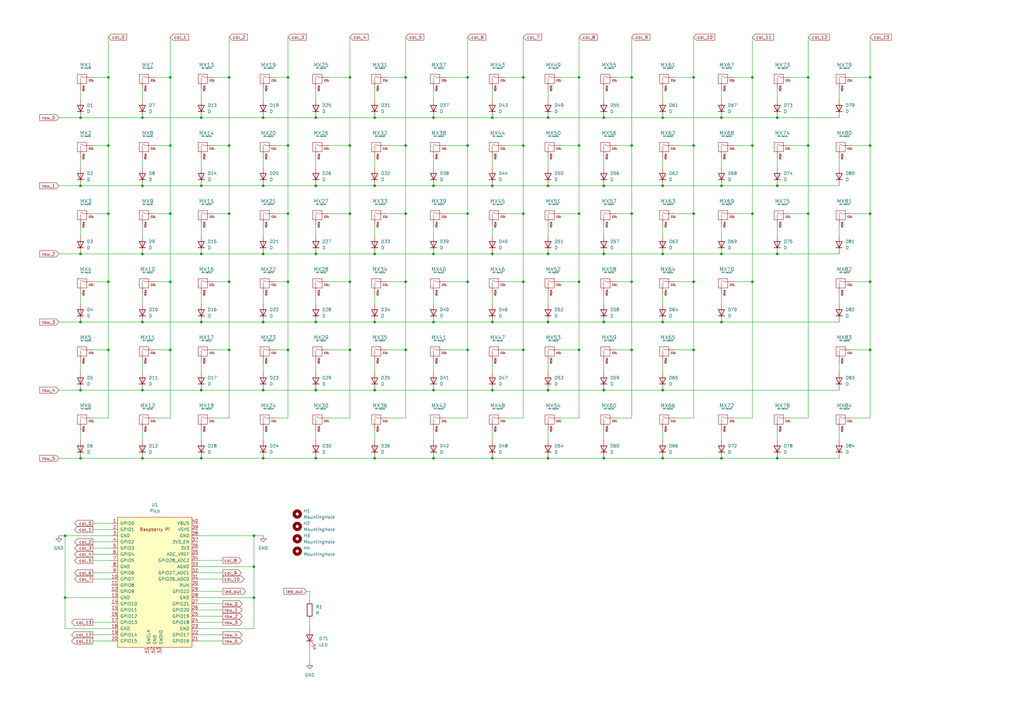
<source format=kicad_sch>
(kicad_sch (version 20211123) (generator eeschema)
  (paper "A3")
  (title_block (title "pico key board full sch") (date "2022-07-09") (rev "1.0") (company "dudamao homelab"))
  (junction (at 69.85 115.57))
  (junction (at 318.77 76.2))
  (junction (at 237.49 59.69))
  (junction (at 331.47 31.75))
  (junction (at 129.54 160.02))
  (junction (at 69.85 143.51))
  (junction (at 318.77 104.14))
  (junction (at 58.42 76.2))
  (junction (at 82.55 48.26))
  (junction (at 118.11 31.75))
  (junction (at 308.61 59.69))
  (junction (at 129.54 187.96))
  (junction (at 82.55 76.2))
  (junction (at 129.54 104.14))
  (junction (at 295.91 76.2))
  (junction (at 166.37 115.57))
  (junction (at 82.55 104.14))
  (junction (at 308.61 87.63))
  (junction (at 177.8 187.96))
  (junction (at 82.55 160.02))
  (junction (at 44.45 59.69))
  (junction (at 247.65 160.02))
  (junction (at 143.51 115.57))
  (junction (at 104.14 245.11))
  (junction (at 82.55 187.96))
  (junction (at 104.14 219.71))
  (junction (at 107.95 48.26))
  (junction (at 271.78 104.14))
  (junction (at 224.79 132.08))
  (junction (at 44.45 87.63))
  (junction (at 259.08 115.57))
  (junction (at 308.61 31.75))
  (junction (at 201.93 160.02))
  (junction (at 69.85 31.75))
  (junction (at 58.42 132.08))
  (junction (at 247.65 104.14))
  (junction (at 271.78 132.08))
  (junction (at 33.02 132.08))
  (junction (at 356.87 31.75))
  (junction (at 308.61 115.57))
  (junction (at 118.11 59.69))
  (junction (at 177.8 104.14))
  (junction (at 224.79 104.14))
  (junction (at 237.49 31.75))
  (junction (at 295.91 187.96))
  (junction (at 259.08 59.69))
  (junction (at 26.67 219.71))
  (junction (at 201.93 104.14))
  (junction (at 153.67 132.08))
  (junction (at 93.98 31.75))
  (junction (at 58.42 48.26))
  (junction (at 33.02 187.96))
  (junction (at 201.93 132.08))
  (junction (at 295.91 48.26))
  (junction (at 356.87 115.57))
  (junction (at 118.11 143.51))
  (junction (at 93.98 59.69))
  (junction (at 318.77 48.26))
  (junction (at 295.91 132.08))
  (junction (at 247.65 132.08))
  (junction (at 284.48 115.57))
  (junction (at 129.54 48.26))
  (junction (at 33.02 160.02))
  (junction (at 201.93 187.96))
  (junction (at 26.67 245.11))
  (junction (at 224.79 160.02))
  (junction (at 271.78 76.2))
  (junction (at 118.11 87.63))
  (junction (at 129.54 76.2))
  (junction (at 107.95 160.02))
  (junction (at 247.65 187.96))
  (junction (at 44.45 115.57))
  (junction (at 191.77 115.57))
  (junction (at 201.93 48.26))
  (junction (at 284.48 87.63))
  (junction (at 129.54 132.08))
  (junction (at 82.55 132.08))
  (junction (at 191.77 59.69))
  (junction (at 44.45 143.51))
  (junction (at 93.98 87.63))
  (junction (at 153.67 76.2))
  (junction (at 153.67 187.96))
  (junction (at 191.77 31.75))
  (junction (at 166.37 31.75))
  (junction (at 271.78 160.02))
  (junction (at 153.67 104.14))
  (junction (at 118.11 115.57))
  (junction (at 44.45 31.75))
  (junction (at 247.65 76.2))
  (junction (at 191.77 143.51))
  (junction (at 58.42 104.14))
  (junction (at 201.93 76.2))
  (junction (at 224.79 76.2))
  (junction (at 33.02 104.14))
  (junction (at 318.77 187.96))
  (junction (at 214.63 143.51))
  (junction (at 356.87 87.63))
  (junction (at 107.95 76.2))
  (junction (at 69.85 59.69))
  (junction (at 153.67 48.26))
  (junction (at 331.47 59.69))
  (junction (at 104.14 232.41))
  (junction (at 143.51 143.51))
  (junction (at 247.65 48.26))
  (junction (at 33.02 48.26))
  (junction (at 177.8 132.08))
  (junction (at 166.37 143.51))
  (junction (at 69.85 87.63))
  (junction (at 177.8 48.26))
  (junction (at 295.91 104.14))
  (junction (at 166.37 59.69))
  (junction (at 284.48 31.75))
  (junction (at 191.77 87.63))
  (junction (at 33.02 76.2))
  (junction (at 259.08 143.51))
  (junction (at 237.49 143.51))
  (junction (at 143.51 59.69))
  (junction (at 331.47 87.63))
  (junction (at 143.51 31.75))
  (junction (at 284.48 59.69))
  (junction (at 177.8 76.2))
  (junction (at 214.63 59.69))
  (junction (at 237.49 87.63))
  (junction (at 177.8 160.02))
  (junction (at 107.95 187.96))
  (junction (at 284.48 143.51))
  (junction (at 214.63 31.75))
  (junction (at 237.49 115.57))
  (junction (at 214.63 115.57))
  (junction (at 107.95 132.08))
  (junction (at 224.79 187.96))
  (junction (at 271.78 48.26))
  (junction (at 93.98 143.51))
  (junction (at 93.98 115.57))
  (junction (at 143.51 87.63))
  (junction (at 356.87 143.51))
  (junction (at 58.42 160.02))
  (junction (at 153.67 160.02))
  (junction (at 166.37 87.63))
  (junction (at 271.78 187.96))
  (junction (at 259.08 31.75))
  (junction (at 107.95 104.14))
  (junction (at 224.79 48.26))
  (junction (at 214.63 87.63))
  (junction (at 356.87 59.69))
  (junction (at 58.42 187.96))
  (junction (at 259.08 87.63))
  (wire (pts (xy 134.62 115.57) (xy 143.51 115.57)))
  (wire (pts (xy 58.42 36.83) (xy 58.42 40.64)))
  (wire (pts (xy 344.17 120.65) (xy 344.17 124.46)))
  (wire (pts (xy 129.54 176.53) (xy 129.54 180.34)))
  (wire (pts (xy 201.93 132.08) (xy 224.79 132.08)))
  (wire (pts (xy 87.63 59.69) (xy 93.98 59.69)))
  (wire (pts (xy 58.42 64.77) (xy 58.42 68.58)))
  (wire (pts (xy 177.8 187.96) (xy 201.93 187.96)))
  (wire (pts (xy 331.47 15.24) (xy 331.47 31.75)))
  (wire (pts (xy 300.99 59.69) (xy 308.61 59.69)))
  (wire (pts (xy 177.8 176.53) (xy 177.8 180.34)))
  (wire (pts (xy 38.1 255.27) (xy 45.72 255.27)))
  (wire (pts (xy 125.73 242.57) (xy 127 242.57)))
  (wire (pts (xy 129.54 148.59) (xy 129.54 152.4)))
  (wire (pts (xy 191.77 171.45) (xy 182.88 171.45)))
  (wire (pts (xy 201.93 76.2) (xy 224.79 76.2)))
  (wire (pts (xy 214.63 15.24) (xy 214.63 31.75)))
  (wire (pts (xy 38.1 229.87) (xy 45.72 229.87)))
  (wire (pts (xy 58.42 160.02) (xy 82.55 160.02)))
  (wire (pts (xy 356.87 87.63) (xy 356.87 115.57)))
  (wire (pts (xy 33.02 104.14) (xy 58.42 104.14)))
  (wire (pts (xy 81.28 242.57) (xy 91.44 242.57)))
  (wire (pts (xy 247.65 76.2) (xy 271.78 76.2)))
  (wire (pts (xy 63.5 143.51) (xy 69.85 143.51)))
  (wire (pts (xy 271.78 48.26) (xy 295.91 48.26)))
  (wire (pts (xy 323.85 59.69) (xy 331.47 59.69)))
  (wire (pts (xy 153.67 132.08) (xy 177.8 132.08)))
  (wire (pts (xy 69.85 31.75) (xy 69.85 59.69)))
  (wire (pts (xy 276.86 59.69) (xy 284.48 59.69)))
  (wire (pts (xy 177.8 64.77) (xy 177.8 68.58)))
  (wire (pts (xy 177.8 120.65) (xy 177.8 124.46)))
  (wire (pts (xy 45.72 257.81) (xy 26.67 257.81)))
  (wire (pts (xy 229.87 143.51) (xy 237.49 143.51)))
  (wire (pts (xy 259.08 143.51) (xy 259.08 171.45)))
  (wire (pts (xy 113.03 31.75) (xy 118.11 31.75)))
  (wire (pts (xy 113.03 87.63) (xy 118.11 87.63)))
  (wire (pts (xy 166.37 87.63) (xy 166.37 115.57)))
  (wire (pts (xy 237.49 171.45) (xy 229.87 171.45)))
  (wire (pts (xy 349.25 115.57) (xy 356.87 115.57)))
  (wire (pts (xy 93.98 59.69) (xy 93.98 87.63)))
  (wire (pts (xy 271.78 148.59) (xy 271.78 152.4)))
  (wire (pts (xy 107.95 160.02) (xy 129.54 160.02)))
  (wire (pts (xy 271.78 160.02) (xy 344.17 160.02)))
  (wire (pts (xy 201.93 36.83) (xy 201.93 40.64)))
  (wire (pts (xy 58.42 92.71) (xy 58.42 96.52)))
  (wire (pts (xy 81.28 232.41) (xy 104.14 232.41)))
  (wire (pts (xy 24.13 219.71) (xy 26.67 219.71)))
  (wire (pts (xy 44.45 59.69) (xy 44.45 87.63)))
  (wire (pts (xy 201.93 48.26) (xy 224.79 48.26)))
  (wire (pts (xy 356.87 31.75) (xy 356.87 59.69)))
  (wire (pts (xy 177.8 48.26) (xy 201.93 48.26)))
  (wire (pts (xy 81.28 252.73) (xy 91.44 252.73)))
  (wire (pts (xy 82.55 64.77) (xy 82.55 68.58)))
  (wire (pts (xy 143.51 87.63) (xy 143.51 115.57)))
  (wire (pts (xy 237.49 87.63) (xy 237.49 115.57)))
  (wire (pts (xy 201.93 176.53) (xy 201.93 180.34)))
  (wire (pts (xy 107.95 187.96) (xy 129.54 187.96)))
  (wire (pts (xy 158.75 143.51) (xy 166.37 143.51)))
  (wire (pts (xy 38.1 214.63) (xy 45.72 214.63)))
  (wire (pts (xy 356.87 59.69) (xy 356.87 87.63)))
  (wire (pts (xy 166.37 59.69) (xy 166.37 87.63)))
  (wire (pts (xy 295.91 48.26) (xy 318.77 48.26)))
  (wire (pts (xy 214.63 171.45) (xy 207.01 171.45)))
  (wire (pts (xy 127 254) (xy 127 257.81)))
  (wire (pts (xy 349.25 143.51) (xy 356.87 143.51)))
  (wire (pts (xy 129.54 160.02) (xy 153.67 160.02)))
  (wire (pts (xy 247.65 187.96) (xy 271.78 187.96)))
  (wire (pts (xy 224.79 160.02) (xy 247.65 160.02)))
  (wire (pts (xy 82.55 36.83) (xy 82.55 40.64)))
  (wire (pts (xy 214.63 87.63) (xy 214.63 115.57)))
  (wire (pts (xy 318.77 76.2) (xy 344.17 76.2)))
  (wire (pts (xy 33.02 132.08) (xy 58.42 132.08)))
  (wire (pts (xy 26.67 257.81) (xy 26.67 245.11)))
  (wire (pts (xy 237.49 115.57) (xy 237.49 143.51)))
  (wire (pts (xy 349.25 31.75) (xy 356.87 31.75)))
  (wire (pts (xy 201.93 160.02) (xy 224.79 160.02)))
  (wire (pts (xy 349.25 87.63) (xy 356.87 87.63)))
  (wire (pts (xy 82.55 120.65) (xy 82.55 124.46)))
  (wire (pts (xy 177.8 132.08) (xy 201.93 132.08)))
  (wire (pts (xy 295.91 92.71) (xy 295.91 96.52)))
  (wire (pts (xy 276.86 31.75) (xy 284.48 31.75)))
  (wire (pts (xy 113.03 115.57) (xy 118.11 115.57)))
  (wire (pts (xy 44.45 115.57) (xy 44.45 143.51)))
  (wire (pts (xy 24.13 187.96) (xy 33.02 187.96)))
  (wire (pts (xy 237.49 59.69) (xy 237.49 87.63)))
  (wire (pts (xy 224.79 176.53) (xy 224.79 180.34)))
  (wire (pts (xy 44.45 171.45) (xy 38.1 171.45)))
  (wire (pts (xy 166.37 115.57) (xy 166.37 143.51)))
  (wire (pts (xy 38.1 260.35) (xy 45.72 260.35)))
  (wire (pts (xy 107.95 120.65) (xy 107.95 124.46)))
  (wire (pts (xy 295.91 64.77) (xy 295.91 68.58)))
  (wire (pts (xy 201.93 120.65) (xy 201.93 124.46)))
  (wire (pts (xy 201.93 148.59) (xy 201.93 152.4)))
  (wire (pts (xy 207.01 143.51) (xy 214.63 143.51)))
  (wire (pts (xy 38.1 31.75) (xy 44.45 31.75)))
  (wire (pts (xy 129.54 76.2) (xy 153.67 76.2)))
  (wire (pts (xy 104.14 232.41) (xy 104.14 245.11)))
  (wire (pts (xy 224.79 92.71) (xy 224.79 96.52)))
  (wire (pts (xy 224.79 104.14) (xy 247.65 104.14)))
  (wire (pts (xy 214.63 31.75) (xy 214.63 59.69)))
  (wire (pts (xy 207.01 31.75) (xy 214.63 31.75)))
  (wire (pts (xy 166.37 15.24) (xy 166.37 31.75)))
  (wire (pts (xy 331.47 87.63) (xy 331.47 171.45)))
  (wire (pts (xy 344.17 92.71) (xy 344.17 96.52)))
  (wire (pts (xy 127 242.57) (xy 127 246.38)))
  (wire (pts (xy 300.99 87.63) (xy 308.61 87.63)))
  (wire (pts (xy 134.62 87.63) (xy 143.51 87.63)))
  (wire (pts (xy 284.48 15.24) (xy 284.48 31.75)))
  (wire (pts (xy 318.77 36.83) (xy 318.77 40.64)))
  (wire (pts (xy 153.67 176.53) (xy 153.67 180.34)))
  (wire (pts (xy 237.49 143.51) (xy 237.49 171.45)))
  (wire (pts (xy 38.1 143.51) (xy 44.45 143.51)))
  (wire (pts (xy 247.65 160.02) (xy 271.78 160.02)))
  (wire (pts (xy 318.77 64.77) (xy 318.77 68.58)))
  (wire (pts (xy 166.37 31.75) (xy 166.37 59.69)))
  (wire (pts (xy 107.95 104.14) (xy 129.54 104.14)))
  (wire (pts (xy 69.85 87.63) (xy 69.85 115.57)))
  (wire (pts (xy 24.13 104.14) (xy 33.02 104.14)))
  (wire (pts (xy 81.28 262.89) (xy 91.44 262.89)))
  (wire (pts (xy 69.85 59.69) (xy 69.85 87.63)))
  (wire (pts (xy 33.02 187.96) (xy 58.42 187.96)))
  (wire (pts (xy 153.67 187.96) (xy 177.8 187.96)))
  (wire (pts (xy 331.47 59.69) (xy 331.47 87.63)))
  (wire (pts (xy 82.55 92.71) (xy 82.55 96.52)))
  (wire (pts (xy 87.63 87.63) (xy 93.98 87.63)))
  (wire (pts (xy 295.91 176.53) (xy 295.91 180.34)))
  (wire (pts (xy 247.65 120.65) (xy 247.65 124.46)))
  (wire (pts (xy 201.93 92.71) (xy 201.93 96.52)))
  (wire (pts (xy 259.08 31.75) (xy 259.08 59.69)))
  (wire (pts (xy 82.55 48.26) (xy 107.95 48.26)))
  (wire (pts (xy 24.13 132.08) (xy 33.02 132.08)))
  (wire (pts (xy 58.42 176.53) (xy 58.42 180.34)))
  (wire (pts (xy 33.02 36.83) (xy 33.02 40.64)))
  (wire (pts (xy 82.55 104.14) (xy 107.95 104.14)))
  (wire (pts (xy 295.91 104.14) (xy 318.77 104.14)))
  (wire (pts (xy 143.51 115.57) (xy 143.51 143.51)))
  (wire (pts (xy 308.61 31.75) (xy 308.61 59.69)))
  (wire (pts (xy 82.55 76.2) (xy 107.95 76.2)))
  (wire (pts (xy 224.79 120.65) (xy 224.79 124.46)))
  (wire (pts (xy 229.87 87.63) (xy 237.49 87.63)))
  (wire (pts (xy 344.17 36.83) (xy 344.17 40.64)))
  (wire (pts (xy 191.77 115.57) (xy 191.77 143.51)))
  (wire (pts (xy 207.01 115.57) (xy 214.63 115.57)))
  (wire (pts (xy 331.47 171.45) (xy 323.85 171.45)))
  (wire (pts (xy 93.98 31.75) (xy 93.98 59.69)))
  (wire (pts (xy 82.55 176.53) (xy 82.55 180.34)))
  (wire (pts (xy 344.17 176.53) (xy 344.17 180.34)))
  (wire (pts (xy 153.67 120.65) (xy 153.67 124.46)))
  (wire (pts (xy 118.11 171.45) (xy 113.03 171.45)))
  (wire (pts (xy 224.79 36.83) (xy 224.79 40.64)))
  (wire (pts (xy 323.85 31.75) (xy 331.47 31.75)))
  (wire (pts (xy 182.88 31.75) (xy 191.77 31.75)))
  (wire (pts (xy 229.87 31.75) (xy 237.49 31.75)))
  (wire (pts (xy 81.28 255.27) (xy 91.44 255.27)))
  (wire (pts (xy 153.67 160.02) (xy 177.8 160.02)))
  (wire (pts (xy 158.75 59.69) (xy 166.37 59.69)))
  (wire (pts (xy 127 265.43) (xy 127 271.78)))
  (wire (pts (xy 63.5 87.63) (xy 69.85 87.63)))
  (wire (pts (xy 295.91 132.08) (xy 344.17 132.08)))
  (wire (pts (xy 82.55 148.59) (xy 82.55 152.4)))
  (wire (pts (xy 143.51 143.51) (xy 143.51 171.45)))
  (wire (pts (xy 93.98 143.51) (xy 93.98 171.45)))
  (wire (pts (xy 344.17 64.77) (xy 344.17 68.58)))
  (wire (pts (xy 134.62 31.75) (xy 143.51 31.75)))
  (wire (pts (xy 38.1 87.63) (xy 44.45 87.63)))
  (wire (pts (xy 323.85 87.63) (xy 331.47 87.63)))
  (wire (pts (xy 252.73 87.63) (xy 259.08 87.63)))
  (wire (pts (xy 93.98 15.24) (xy 93.98 31.75)))
  (wire (pts (xy 318.77 176.53) (xy 318.77 180.34)))
  (wire (pts (xy 107.95 76.2) (xy 129.54 76.2)))
  (wire (pts (xy 107.95 64.77) (xy 107.95 68.58)))
  (wire (pts (xy 33.02 160.02) (xy 58.42 160.02)))
  (wire (pts (xy 24.13 48.26) (xy 33.02 48.26)))
  (wire (pts (xy 247.65 132.08) (xy 271.78 132.08)))
  (wire (pts (xy 153.67 92.71) (xy 153.67 96.52)))
  (wire (pts (xy 177.8 36.83) (xy 177.8 40.64)))
  (wire (pts (xy 107.95 219.71) (xy 104.14 219.71)))
  (wire (pts (xy 182.88 87.63) (xy 191.77 87.63)))
  (wire (pts (xy 224.79 132.08) (xy 247.65 132.08)))
  (wire (pts (xy 44.45 143.51) (xy 44.45 171.45)))
  (wire (pts (xy 93.98 115.57) (xy 93.98 143.51)))
  (wire (pts (xy 153.67 104.14) (xy 177.8 104.14)))
  (wire (pts (xy 129.54 36.83) (xy 129.54 40.64)))
  (wire (pts (xy 81.28 237.49) (xy 91.44 237.49)))
  (wire (pts (xy 271.78 120.65) (xy 271.78 124.46)))
  (wire (pts (xy 214.63 115.57) (xy 214.63 143.51)))
  (wire (pts (xy 129.54 120.65) (xy 129.54 124.46)))
  (wire (pts (xy 33.02 176.53) (xy 33.02 180.34)))
  (wire (pts (xy 44.45 31.75) (xy 44.45 59.69)))
  (wire (pts (xy 24.13 76.2) (xy 33.02 76.2)))
  (wire (pts (xy 81.28 219.71) (xy 104.14 219.71)))
  (wire (pts (xy 143.51 31.75) (xy 143.51 59.69)))
  (wire (pts (xy 308.61 171.45) (xy 300.99 171.45)))
  (wire (pts (xy 259.08 15.24) (xy 259.08 31.75)))
  (wire (pts (xy 38.1 224.79) (xy 45.72 224.79)))
  (wire (pts (xy 24.13 160.02) (xy 33.02 160.02)))
  (wire (pts (xy 58.42 48.26) (xy 82.55 48.26)))
  (wire (pts (xy 191.77 31.75) (xy 191.77 59.69)))
  (wire (pts (xy 81.28 247.65) (xy 91.44 247.65)))
  (wire (pts (xy 81.28 229.87) (xy 91.44 229.87)))
  (wire (pts (xy 158.75 87.63) (xy 166.37 87.63)))
  (wire (pts (xy 214.63 143.51) (xy 214.63 171.45)))
  (wire (pts (xy 207.01 59.69) (xy 214.63 59.69)))
  (wire (pts (xy 58.42 187.96) (xy 82.55 187.96)))
  (wire (pts (xy 33.02 148.59) (xy 33.02 152.4)))
  (wire (pts (xy 259.08 59.69) (xy 259.08 87.63)))
  (wire (pts (xy 271.78 92.71) (xy 271.78 96.52)))
  (wire (pts (xy 182.88 59.69) (xy 191.77 59.69)))
  (wire (pts (xy 308.61 87.63) (xy 308.61 115.57)))
  (wire (pts (xy 284.48 31.75) (xy 284.48 59.69)))
  (wire (pts (xy 276.86 87.63) (xy 284.48 87.63)))
  (wire (pts (xy 271.78 187.96) (xy 295.91 187.96)))
  (wire (pts (xy 143.51 59.69) (xy 143.51 87.63)))
  (wire (pts (xy 191.77 59.69) (xy 191.77 87.63)))
  (wire (pts (xy 81.28 234.95) (xy 91.44 234.95)))
  (wire (pts (xy 259.08 171.45) (xy 252.73 171.45)))
  (wire (pts (xy 153.67 76.2) (xy 177.8 76.2)))
  (wire (pts (xy 58.42 104.14) (xy 82.55 104.14)))
  (wire (pts (xy 118.11 31.75) (xy 118.11 59.69)))
  (wire (pts (xy 58.42 120.65) (xy 58.42 124.46)))
  (wire (pts (xy 107.95 48.26) (xy 129.54 48.26)))
  (wire (pts (xy 207.01 87.63) (xy 214.63 87.63)))
  (wire (pts (xy 271.78 76.2) (xy 295.91 76.2)))
  (wire (pts (xy 153.67 48.26) (xy 177.8 48.26)))
  (wire (pts (xy 182.88 115.57) (xy 191.77 115.57)))
  (wire (pts (xy 356.87 143.51) (xy 356.87 171.45)))
  (wire (pts (xy 201.93 104.14) (xy 224.79 104.14)))
  (wire (pts (xy 356.87 15.24) (xy 356.87 31.75)))
  (wire (pts (xy 107.95 36.83) (xy 107.95 40.64)))
  (wire (pts (xy 38.1 234.95) (xy 45.72 234.95)))
  (wire (pts (xy 308.61 59.69) (xy 308.61 87.63)))
  (wire (pts (xy 308.61 15.24) (xy 308.61 31.75)))
  (wire (pts (xy 331.47 31.75) (xy 331.47 59.69)))
  (wire (pts (xy 177.8 92.71) (xy 177.8 96.52)))
  (wire (pts (xy 153.67 148.59) (xy 153.67 152.4)))
  (wire (pts (xy 318.77 187.96) (xy 344.17 187.96)))
  (wire (pts (xy 191.77 87.63) (xy 191.77 115.57)))
  (wire (pts (xy 82.55 187.96) (xy 107.95 187.96)))
  (wire (pts (xy 252.73 143.51) (xy 259.08 143.51)))
  (wire (pts (xy 104.14 257.81) (xy 104.14 245.11)))
  (wire (pts (xy 129.54 48.26) (xy 153.67 48.26)))
  (wire (pts (xy 87.63 143.51) (xy 93.98 143.51)))
  (wire (pts (xy 158.75 31.75) (xy 166.37 31.75)))
  (wire (pts (xy 81.28 260.35) (xy 91.44 260.35)))
  (wire (pts (xy 284.48 171.45) (xy 276.86 171.45)))
  (wire (pts (xy 81.28 250.19) (xy 91.44 250.19)))
  (wire (pts (xy 224.79 148.59) (xy 224.79 152.4)))
  (wire (pts (xy 158.75 115.57) (xy 166.37 115.57)))
  (wire (pts (xy 295.91 76.2) (xy 318.77 76.2)))
  (wire (pts (xy 252.73 59.69) (xy 259.08 59.69)))
  (wire (pts (xy 33.02 120.65) (xy 33.02 124.46)))
  (wire (pts (xy 177.8 160.02) (xy 201.93 160.02)))
  (wire (pts (xy 129.54 104.14) (xy 153.67 104.14)))
  (wire (pts (xy 284.48 59.69) (xy 284.48 87.63)))
  (wire (pts (xy 237.49 15.24) (xy 237.49 31.75)))
  (wire (pts (xy 129.54 92.71) (xy 129.54 96.52)))
  (wire (pts (xy 271.78 176.53) (xy 271.78 180.34)))
  (wire (pts (xy 356.87 115.57) (xy 356.87 143.51)))
  (wire (pts (xy 247.65 104.14) (xy 271.78 104.14)))
  (wire (pts (xy 271.78 64.77) (xy 271.78 68.58)))
  (wire (pts (xy 229.87 59.69) (xy 237.49 59.69)))
  (wire (pts (xy 129.54 187.96) (xy 153.67 187.96)))
  (wire (pts (xy 300.99 115.57) (xy 308.61 115.57)))
  (wire (pts (xy 129.54 64.77) (xy 129.54 68.58)))
  (wire (pts (xy 177.8 148.59) (xy 177.8 152.4)))
  (wire (pts (xy 44.45 15.24) (xy 44.45 31.75)))
  (wire (pts (xy 318.77 92.71) (xy 318.77 96.52)))
  (wire (pts (xy 177.8 104.14) (xy 201.93 104.14)))
  (wire (pts (xy 252.73 115.57) (xy 259.08 115.57)))
  (wire (pts (xy 252.73 31.75) (xy 259.08 31.75)))
  (wire (pts (xy 58.42 76.2) (xy 82.55 76.2)))
  (wire (pts (xy 224.79 64.77) (xy 224.79 68.58)))
  (wire (pts (xy 247.65 92.71) (xy 247.65 96.52)))
  (wire (pts (xy 81.28 245.11) (xy 104.14 245.11)))
  (wire (pts (xy 247.65 148.59) (xy 247.65 152.4)))
  (wire (pts (xy 69.85 15.24) (xy 69.85 31.75)))
  (wire (pts (xy 33.02 48.26) (xy 58.42 48.26)))
  (wire (pts (xy 38.1 217.17) (xy 45.72 217.17)))
  (wire (pts (xy 166.37 171.45) (xy 158.75 171.45)))
  (wire (pts (xy 118.11 143.51) (xy 118.11 171.45)))
  (wire (pts (xy 118.11 115.57) (xy 118.11 143.51)))
  (wire (pts (xy 118.11 59.69) (xy 118.11 87.63)))
  (wire (pts (xy 247.65 48.26) (xy 271.78 48.26)))
  (wire (pts (xy 93.98 171.45) (xy 87.63 171.45)))
  (wire (pts (xy 38.1 227.33) (xy 45.72 227.33)))
  (wire (pts (xy 143.51 171.45) (xy 134.62 171.45)))
  (wire (pts (xy 247.65 176.53) (xy 247.65 180.34)))
  (wire (pts (xy 113.03 143.51) (xy 118.11 143.51)))
  (wire (pts (xy 113.03 59.69) (xy 118.11 59.69)))
  (wire (pts (xy 33.02 76.2) (xy 58.42 76.2)))
  (wire (pts (xy 276.86 115.57) (xy 284.48 115.57)))
  (wire (pts (xy 295.91 187.96) (xy 318.77 187.96)))
  (wire (pts (xy 58.42 148.59) (xy 58.42 152.4)))
  (wire (pts (xy 38.1 237.49) (xy 45.72 237.49)))
  (wire (pts (xy 58.42 132.08) (xy 82.55 132.08)))
  (wire (pts (xy 318.77 104.14) (xy 344.17 104.14)))
  (wire (pts (xy 38.1 115.57) (xy 44.45 115.57)))
  (wire (pts (xy 349.25 59.69) (xy 356.87 59.69)))
  (wire (pts (xy 69.85 143.51) (xy 69.85 171.45)))
  (wire (pts (xy 69.85 171.45) (xy 63.5 171.45)))
  (wire (pts (xy 237.49 31.75) (xy 237.49 59.69)))
  (wire (pts (xy 284.48 87.63) (xy 284.48 115.57)))
  (wire (pts (xy 201.93 64.77) (xy 201.93 68.58)))
  (wire (pts (xy 38.1 59.69) (xy 44.45 59.69)))
  (wire (pts (xy 318.77 48.26) (xy 344.17 48.26)))
  (wire (pts (xy 284.48 143.51) (xy 284.48 171.45)))
  (wire (pts (xy 300.99 31.75) (xy 308.61 31.75)))
  (wire (pts (xy 177.8 76.2) (xy 201.93 76.2)))
  (wire (pts (xy 271.78 36.83) (xy 271.78 40.64)))
  (wire (pts (xy 229.87 115.57) (xy 237.49 115.57)))
  (wire (pts (xy 26.67 219.71) (xy 45.72 219.71)))
  (wire (pts (xy 284.48 115.57) (xy 284.48 143.51)))
  (wire (pts (xy 118.11 87.63) (xy 118.11 115.57)))
  (wire (pts (xy 201.93 187.96) (xy 224.79 187.96)))
  (wire (pts (xy 271.78 132.08) (xy 295.91 132.08)))
  (wire (pts (xy 247.65 36.83) (xy 247.65 40.64)))
  (wire (pts (xy 104.14 219.71) (xy 104.14 232.41)))
  (wire (pts (xy 143.51 15.24) (xy 143.51 31.75)))
  (wire (pts (xy 271.78 104.14) (xy 295.91 104.14)))
  (wire (pts (xy 81.28 257.81) (xy 104.14 257.81)))
  (wire (pts (xy 224.79 76.2) (xy 247.65 76.2)))
  (wire (pts (xy 191.77 143.51) (xy 191.77 171.45)))
  (wire (pts (xy 69.85 115.57) (xy 69.85 143.51)))
  (wire (pts (xy 129.54 132.08) (xy 153.67 132.08)))
  (wire (pts (xy 93.98 87.63) (xy 93.98 115.57)))
  (wire (pts (xy 63.5 59.69) (xy 69.85 59.69)))
  (wire (pts (xy 295.91 120.65) (xy 295.91 124.46)))
  (wire (pts (xy 107.95 176.53) (xy 107.95 180.34)))
  (wire (pts (xy 107.95 148.59) (xy 107.95 152.4)))
  (wire (pts (xy 276.86 143.51) (xy 284.48 143.51)))
  (wire (pts (xy 214.63 59.69) (xy 214.63 87.63)))
  (wire (pts (xy 63.5 115.57) (xy 69.85 115.57)))
  (wire (pts (xy 153.67 36.83) (xy 153.67 40.64)))
  (wire (pts (xy 224.79 187.96) (xy 247.65 187.96)))
  (wire (pts (xy 107.95 132.08) (xy 129.54 132.08)))
  (wire (pts (xy 134.62 59.69) (xy 143.51 59.69)))
  (wire (pts (xy 259.08 115.57) (xy 259.08 143.51)))
  (wire (pts (xy 308.61 115.57) (xy 308.61 171.45)))
  (wire (pts (xy 247.65 64.77) (xy 247.65 68.58)))
  (wire (pts (xy 33.02 64.77) (xy 33.02 68.58)))
  (wire (pts (xy 295.91 36.83) (xy 295.91 40.64)))
  (wire (pts (xy 87.63 31.75) (xy 93.98 31.75)))
  (wire (pts (xy 224.79 48.26) (xy 247.65 48.26)))
  (wire (pts (xy 82.55 132.08) (xy 107.95 132.08)))
  (wire (pts (xy 191.77 15.24) (xy 191.77 31.75)))
  (wire (pts (xy 38.1 222.25) (xy 45.72 222.25)))
  (wire (pts (xy 38.1 262.89) (xy 45.72 262.89)))
  (wire (pts (xy 118.11 15.24) (xy 118.11 31.75)))
  (wire (pts (xy 107.95 92.71) (xy 107.95 96.52)))
  (wire (pts (xy 166.37 143.51) (xy 166.37 171.45)))
  (wire (pts (xy 44.45 87.63) (xy 44.45 115.57)))
  (wire (pts (xy 82.55 160.02) (xy 107.95 160.02)))
  (wire (pts (xy 63.5 31.75) (xy 69.85 31.75)))
  (wire (pts (xy 259.08 87.63) (xy 259.08 115.57)))
  (wire (pts (xy 26.67 245.11) (xy 45.72 245.11)))
  (wire (pts (xy 134.62 143.51) (xy 143.51 143.51)))
  (wire (pts (xy 26.67 219.71) (xy 26.67 245.11)))
  (wire (pts (xy 153.67 64.77) (xy 153.67 68.58)))
  (wire (pts (xy 182.88 143.51) (xy 191.77 143.51)))
  (wire (pts (xy 356.87 171.45) (xy 349.25 171.45)))
  (wire (pts (xy 344.17 148.59) (xy 344.17 152.4)))
  (wire (pts (xy 33.02 92.71) (xy 33.02 96.52)))
  (wire (pts (xy 87.63 115.57) (xy 93.98 115.57)))
  (global_label "col_3" (shape output) (at 38.1 224.79 180) (property "Intersheet References" "${INTERSHEET_REFS}" (effects hide)))
  (global_label "row_4" (shape input) (at 24.13 160.02 180) (property "Intersheet References" "${INTERSHEET_REFS}" (effects hide)))
  (global_label "col_6" (shape output) (at 38.1 234.95 180) (property "Intersheet References" "${INTERSHEET_REFS}" (effects hide)))
  (global_label "row_0" (shape input) (at 24.13 48.26 180) (property "Intersheet References" "${INTERSHEET_REFS}" (effects hide)))
  (global_label "col_12" (shape output) (at 38.1 260.35 180) (property "Intersheet References" "${INTERSHEET_REFS}" (effects hide)))
  (global_label "row_5" (shape input) (at 24.13 187.96 180) (property "Intersheet References" "${INTERSHEET_REFS}" (effects hide)))
  (global_label "col_0" (shape output) (at 38.1 214.63 180) (property "Intersheet References" "${INTERSHEET_REFS}" (effects hide)))
  (global_label "col_3" (shape input) (at 118.11 15.24 0) (property "Intersheet References" "${INTERSHEET_REFS}" (effects hide)))
  (global_label "col_5" (shape output) (at 38.1 229.87 180) (property "Intersheet References" "${INTERSHEET_REFS}" (effects hide)))
  (global_label "col_4" (shape output) (at 38.1 227.33 180) (property "Intersheet References" "${INTERSHEET_REFS}" (effects hide)))
  (global_label "col_4" (shape input) (at 143.51 15.24 0) (property "Intersheet References" "${INTERSHEET_REFS}" (effects hide)))
  (global_label "col_0" (shape input) (at 44.45 15.24 0) (property "Intersheet References" "${INTERSHEET_REFS}" (effects hide)))
  (global_label "col_8" (shape output) (at 91.44 229.87 0) (property "Intersheet References" "${INTERSHEET_REFS}" (effects hide)))
  (global_label "row_1" (shape input) (at 24.13 76.2 180) (property "Intersheet References" "${INTERSHEET_REFS}" (effects hide)))
  (global_label "col_7" (shape output) (at 38.1 237.49 180) (property "Intersheet References" "${INTERSHEET_REFS}" (effects hide)))
  (global_label "col_1" (shape input) (at 69.85 15.24 0) (property "Intersheet References" "${INTERSHEET_REFS}" (effects hide)))
  (global_label "col_9" (shape input) (at 259.08 15.24 0) (property "Intersheet References" "${INTERSHEET_REFS}" (effects hide)))
  (global_label "col_13" (shape output) (at 38.1 255.27 180) (property "Intersheet References" "${INTERSHEET_REFS}" (effects hide)))
  (global_label "row_3" (shape input) (at 24.13 132.08 180) (property "Intersheet References" "${INTERSHEET_REFS}" (effects hide)))
  (global_label "row_0" (shape output) (at 91.44 247.65 0) (property "Intersheet References" "${INTERSHEET_REFS}" (effects hide)))
  (global_label "led_out" (shape output) (at 91.44 242.57 0) (property "Intersheet References" "${INTERSHEET_REFS}" (effects hide)))
  (global_label "row_4" (shape output) (at 91.44 260.35 0) (property "Intersheet References" "${INTERSHEET_REFS}" (effects hide)))
  (global_label "row_2" (shape output) (at 91.44 252.73 0) (property "Intersheet References" "${INTERSHEET_REFS}" (effects hide)))
  (global_label "row_3" (shape output) (at 91.44 255.27 0) (property "Intersheet References" "${INTERSHEET_REFS}" (effects hide)))
  (global_label "led_out" (shape input) (at 125.73 242.57 180) (property "Intersheet References" "${INTERSHEET_REFS}" (effects hide)))
  (global_label "col_5" (shape input) (at 166.37 15.24 0) (property "Intersheet References" "${INTERSHEET_REFS}" (effects hide)))
  (global_label "col_10" (shape output) (at 91.44 237.49 0) (property "Intersheet References" "${INTERSHEET_REFS}" (effects hide)))
  (global_label "col_2" (shape output) (at 38.1 222.25 180) (property "Intersheet References" "${INTERSHEET_REFS}" (effects hide)))
  (global_label "col_12" (shape input) (at 331.47 15.24 0) (property "Intersheet References" "${INTERSHEET_REFS}" (effects hide)))
  (global_label "row_2" (shape input) (at 24.13 104.14 180) (property "Intersheet References" "${INTERSHEET_REFS}" (effects hide)))
  (global_label "col_11" (shape input) (at 308.61 15.24 0) (property "Intersheet References" "${INTERSHEET_REFS}" (effects hide)))
  (global_label "col_1" (shape output) (at 38.1 217.17 180) (property "Intersheet References" "${INTERSHEET_REFS}" (effects hide)))
  (global_label "col_11" (shape output) (at 38.1 262.89 180) (property "Intersheet References" "${INTERSHEET_REFS}" (effects hide)))
  (global_label "row_1" (shape output) (at 91.44 250.19 0) (property "Intersheet References" "${INTERSHEET_REFS}" (effects hide)))
  (global_label "row_5" (shape output) (at 91.44 262.89 0) (property "Intersheet References" "${INTERSHEET_REFS}" (effects hide)))
  (global_label "col_13" (shape input) (at 356.87 15.24 0) (property "Intersheet References" "${INTERSHEET_REFS}" (effects hide)))
  (global_label "col_7" (shape input) (at 214.63 15.24 0) (property "Intersheet References" "${INTERSHEET_REFS}" (effects hide)))
  (global_label "col_6" (shape input) (at 191.77 15.24 0) (property "Intersheet References" "${INTERSHEET_REFS}" (effects hide)))
  (global_label "col_8" (shape input) (at 237.49 15.24 0) (property "Intersheet References" "${INTERSHEET_REFS}" (effects hide)))
  (global_label "col_9" (shape output) (at 91.44 234.95 0) (property "Intersheet References" "${INTERSHEET_REFS}" (effects hide)))
  (global_label "col_2" (shape input) (at 93.98 15.24 0) (property "Intersheet References" "${INTERSHEET_REFS}" (effects hide)))
  (global_label "col_10" (shape input) (at 284.48 15.24 0) (property "Intersheet References" "${INTERSHEET_REFS}" (effects hide)))
  (symbol (lib_id "Device:D") (at 107.95 100.33 90) (unit 1)
    (property "Reference" "D21" (at 110.49 99.0599 90) (effects (justify right)))
    (property "Value" "D" (at 110.49 101.5999 90) (effects (justify right)))
    (property "Footprint" "Diode_SMD:D_SMA_Handsoldering" (effects hide))
  )
  (symbol (lib_id "Device:D") (at 271.78 44.45 90) (unit 1)
    (property "Reference" "D61" (at 274.32 43.1799 90) (effects (justify right)))
    (property "Value" "D" (at 274.32 45.7199 90) (effects (justify right)))
    (property "Footprint" "Diode_SMD:D_SMA_Handsoldering" (effects hide))
  )
  (symbol (lib_id "MX_Alps_Hybrid:MX-NoLED") (at 109.22 172.72 0) (unit 1)
    (property "Reference" "MX24" (at 110.1056 166.37 0) (effects (font (size 1.524 1.524))))
    (property "Value" "MX-NoLED" (at 110.1056 167.64 0) (effects (font (size 0.508 0.508))))
    (property "Footprint" "Switch_Keyboard_Hotswap_Kailh:SW_Hotswap_Kailh_MX_1.00u" (effects hide))
  )
  (symbol (lib_id "MX_Alps_Hybrid:MX-NoLED") (at 226.06 88.9 0) (unit 1)
    (property "Reference" "MX51" (at 226.9456 82.55 0) (effects (font (size 1.524 1.524))))
    (property "Value" "MX-NoLED" (at 226.9456 83.82 0) (effects (font (size 0.508 0.508))))
    (property "Footprint" "Switch_Keyboard_Hotswap_Kailh:SW_Hotswap_Kailh_MX_1.00u" (effects hide))
  )
  (symbol (lib_id "MX_Alps_Hybrid:MX-NoLED") (at 154.94 144.78 0) (unit 1)
    (property "Reference" "MX35" (at 155.8256 138.43 0) (effects (font (size 1.524 1.524))))
    (property "Value" "MX-NoLED" (at 155.8256 139.7 0) (effects (font (size 0.508 0.508))))
    (property "Footprint" "Switch_Keyboard_Hotswap_Kailh:SW_Hotswap_Kailh_MX_1.00u" (effects hide))
  )
  (symbol (lib_id "Device:D") (at 177.8 128.27 90) (unit 1)
    (property "Reference" "D40" (at 180.34 126.9999 90) (effects (justify right)))
    (property "Value" "D" (at 180.34 129.5399 90) (effects (justify right)))
    (property "Footprint" "Diode_SMD:D_SMA_Handsoldering" (effects hide))
  )
  (symbol (lib_id "MX_Alps_Hybrid:MX-NoLED") (at 59.69 172.72 0) (unit 1)
    (property "Reference" "MX12" (at 60.5756 166.37 0) (effects (font (size 1.524 1.524))))
    (property "Value" "MX-NoLED" (at 60.5756 167.64 0) (effects (font (size 0.508 0.508))))
    (property "Footprint" "Switch_Keyboard_Hotswap_Kailh:SW_Hotswap_Kailh_MX_1.00u" (effects hide))
  )
  (symbol (lib_id "Device:D") (at 224.79 128.27 90) (unit 1)
    (property "Reference" "D52" (at 227.33 126.9999 90) (effects (justify right)))
    (property "Value" "D" (at 227.33 129.5399 90) (effects (justify right)))
    (property "Footprint" "Diode_SMD:D_SMA_Handsoldering" (effects hide))
  )
  (symbol (lib_id "Device:D") (at 224.79 100.33 90) (unit 1)
    (property "Reference" "D51" (at 227.33 99.0599 90) (effects (justify right)))
    (property "Value" "D" (at 227.33 101.5999 90) (effects (justify right)))
    (property "Footprint" "Diode_SMD:D_SMA_Handsoldering" (effects hide))
  )
  (symbol (lib_id "MX_Alps_Hybrid:MX-NoLED") (at 297.18 116.84 0) (unit 1)
    (property "Reference" "MX70" (at 298.0656 110.49 0) (effects (font (size 1.524 1.524))))
    (property "Value" "MX-NoLED" (at 298.0656 111.76 0) (effects (font (size 0.508 0.508))))
    (property "Footprint" "Switch_Keyboard_Hotswap_Kailh:SW_Hotswap_Kailh_MX_1.00u" (effects hide))
  )
  (symbol (lib_id "Device:D") (at 295.91 100.33 90) (unit 1)
    (property "Reference" "D69" (at 298.45 99.0599 90) (effects (justify right)))
    (property "Value" "D" (at 298.45 101.5999 90) (effects (justify right)))
    (property "Footprint" "Diode_SMD:D_SMA_Handsoldering" (effects hide))
  )
  (symbol (lib_id "MX_Alps_Hybrid:MX-NoLED") (at 83.82 33.02 0) (unit 1)
    (property "Reference" "MX13" (at 84.7056 26.67 0) (effects (font (size 1.524 1.524))))
    (property "Value" "MX-NoLED" (at 84.7056 27.94 0) (effects (font (size 0.508 0.508))))
    (property "Footprint" "Switch_Keyboard_Hotswap_Kailh:SW_Hotswap_Kailh_MX_1.00u" (effects hide))
  )
  (symbol (lib_id "Device:D") (at 318.77 44.45 90) (unit 1)
    (property "Reference" "D73" (at 321.31 43.1799 90) (effects (justify right)))
    (property "Value" "D" (at 321.31 45.7199 90) (effects (justify right)))
    (property "Footprint" "Diode_SMD:D_SMA_Handsoldering" (effects hide))
  )
  (symbol (lib_id "MX_Alps_Hybrid:MX-NoLED") (at 320.04 172.72 0) (unit 1)
    (property "Reference" "MX78" (at 320.9256 166.37 0) (effects (font (size 1.524 1.524))))
    (property "Value" "MX-NoLED" (at 320.9256 167.64 0) (effects (font (size 0.508 0.508))))
    (property "Footprint" "Switch_Keyboard_Hotswap_Kailh:SW_Hotswap_Kailh_MX_1.00u" (effects hide))
  )
  (symbol (lib_id "MX_Alps_Hybrid:MX-NoLED") (at 59.69 33.02 0) (unit 1)
    (property "Reference" "MX7" (at 60.5756 26.67 0) (effects (font (size 1.524 1.524))))
    (property "Value" "MX-NoLED" (at 60.5756 27.94 0) (effects (font (size 0.508 0.508))))
    (property "Footprint" "Switch_Keyboard_Hotswap_Kailh:SW_Hotswap_Kailh_MX_1.00u" (effects hide))
  )
  (symbol (lib_id "Device:D") (at 201.93 156.21 90) (unit 1)
    (property "Reference" "D47" (at 204.47 154.9399 90) (effects (justify right)))
    (property "Value" "D" (at 204.47 157.4799 90) (effects (justify right)))
    (property "Footprint" "Diode_SMD:D_SMA_Handsoldering" (effects hide))
  )
  (symbol (lib_id "Device:LED") (at 127 261.62 90) (unit 1)
    (property "Reference" "D71" (at 130.81 261.9374 90) (effects (justify right)))
    (property "Value" "LED" (at 130.81 264.4774 90) (effects (justify right)))
    (property "Footprint" "LED_SMD:LED_1210_3225Metric_Pad1.42x2.65mm_HandSolder" (effects hide))
  )
  (symbol (lib_id "Device:D") (at 224.79 72.39 90) (unit 1)
    (property "Reference" "D50" (at 227.33 71.1199 90) (effects (justify right)))
    (property "Value" "D" (at 227.33 73.6599 90) (effects (justify right)))
    (property "Footprint" "Diode_SMD:D_SMA_Handsoldering" (effects hide))
  )
  (symbol (lib_id "MX_Alps_Hybrid:MX-NoLED") (at 203.2 172.72 0) (unit 1)
    (property "Reference" "MX48" (at 204.0856 166.37 0) (effects (font (size 1.524 1.524))))
    (property "Value" "MX-NoLED" (at 204.0856 167.64 0) (effects (font (size 0.508 0.508))))
    (property "Footprint" "Switch_Keyboard_Hotswap_Kailh:SW_Hotswap_Kailh_MX_1.00u" (effects hide))
  )
  (symbol (lib_id "Device:D") (at 107.95 156.21 90) (unit 1)
    (property "Reference" "D23" (at 110.49 154.9399 90) (effects (justify right)))
    (property "Value" "D" (at 110.49 157.4799 90) (effects (justify right)))
    (property "Footprint" "Diode_SMD:D_SMA_Handsoldering" (effects hide))
  )
  (symbol (lib_id "Device:D") (at 82.55 156.21 90) (unit 1)
    (property "Reference" "D17" (at 85.09 154.9399 90) (effects (justify right)))
    (property "Value" "D" (at 85.09 157.4799 90) (effects (justify right)))
    (property "Footprint" "Diode_SMD:D_SMA_Handsoldering" (effects hide))
  )
  (symbol (lib_id "Device:D") (at 177.8 156.21 90) (unit 1)
    (property "Reference" "D41" (at 180.34 154.9399 90) (effects (justify right)))
    (property "Value" "D" (at 180.34 157.4799 90) (effects (justify right)))
    (property "Footprint" "Diode_SMD:D_SMA_Handsoldering" (effects hide))
  )
  (symbol (lib_id "Device:D") (at 247.65 184.15 90) (unit 1)
    (property "Reference" "D60" (at 250.19 182.8799 90) (effects (justify right)))
    (property "Value" "D" (at 250.19 185.4199 90) (effects (justify right)))
    (property "Footprint" "Diode_SMD:D_SMA_Handsoldering" (effects hide))
  )
  (symbol (lib_id "MX_Alps_Hybrid:MX-NoLED") (at 248.92 116.84 0) (unit 1)
    (property "Reference" "MX58" (at 249.8056 110.49 0) (effects (font (size 1.524 1.524))))
    (property "Value" "MX-NoLED" (at 249.8056 111.76 0) (effects (font (size 0.508 0.508))))
    (property "Footprint" "Switch_Keyboard_Hotswap_Kailh:SW_Hotswap_Kailh_MX_1.00u" (effects hide))
  )
  (symbol (lib_id "Device:D") (at 295.91 128.27 90) (unit 1)
    (property "Reference" "D70" (at 298.45 126.9999 90) (effects (justify right)))
    (property "Value" "D" (at 298.45 129.5399 90) (effects (justify right)))
    (property "Footprint" "Diode_SMD:D_SMA_Handsoldering" (effects hide))
  )
  (symbol (lib_id "Device:D") (at 177.8 184.15 90) (unit 1)
    (property "Reference" "D42" (at 180.34 182.8799 90) (effects (justify right)))
    (property "Value" "D" (at 180.34 185.4199 90) (effects (justify right)))
    (property "Footprint" "Diode_SMD:D_SMA_Handsoldering" (effects hide))
  )
  (symbol (lib_id "Device:D") (at 318.77 100.33 90) (unit 1)
    (property "Reference" "D75" (at 321.31 99.0599 90) (effects (justify right)))
    (property "Value" "D" (at 321.31 101.5999 90) (effects (justify right)))
    (property "Footprint" "Diode_SMD:D_SMA_Handsoldering" (effects hide))
  )
  (symbol (lib_id "power:GND") (at 24.13 219.71 0) (unit 1)
    (property "Reference" "#PWR01" (effects hide))
    (property "Value" "GND" (at 24.13 224.79 0))
  )
  (symbol (lib_id "Device:D") (at 344.17 128.27 90) (unit 1)
    (property "Reference" "D82" (at 346.71 126.9999 90) (effects (justify right)))
    (property "Value" "D" (at 346.71 129.5399 90) (effects (justify right)))
    (property "Footprint" "Diode_SMD:D_SMA_Handsoldering" (effects hide))
  )
  (symbol (lib_id "MX_Alps_Hybrid:MX-NoLED") (at 59.69 88.9 0) (unit 1)
    (property "Reference" "MX9" (at 60.5756 82.55 0) (effects (font (size 1.524 1.524))))
    (property "Value" "MX-NoLED" (at 60.5756 83.82 0) (effects (font (size 0.508 0.508))))
    (property "Footprint" "Switch_Keyboard_Hotswap_Kailh:SW_Hotswap_Kailh_MX_1.00u" (effects hide))
  )
  (symbol (lib_id "MX_Alps_Hybrid:MX-NoLED") (at 345.44 60.96 0) (unit 1)
    (property "Reference" "MX80" (at 346.3256 54.61 0) (effects (font (size 1.524 1.524))))
    (property "Value" "MX-NoLED" (at 346.3256 55.88 0) (effects (font (size 0.508 0.508))))
    (property "Footprint" "Switch_Keyboard_Hotswap_Kailh:SW_Hotswap_Kailh_MX_1.25u" (effects hide))
  )
  (symbol (lib_id "Device:D") (at 295.91 184.15 90) (unit 1)
    (property "Reference" "D72" (at 298.45 182.8799 90) (effects (justify right)))
    (property "Value" "D" (at 298.45 185.4199 90) (effects (justify right)))
    (property "Footprint" "Diode_SMD:D_SMA_Handsoldering" (effects hide))
  )
  (symbol (lib_id "MX_Alps_Hybrid:MX-NoLED") (at 248.92 33.02 0) (unit 1)
    (property "Reference" "MX55" (at 249.8056 26.67 0) (effects (font (size 1.524 1.524))))
    (property "Value" "MX-NoLED" (at 249.8056 27.94 0) (effects (font (size 0.508 0.508))))
    (property "Footprint" "Switch_Keyboard_Hotswap_Kailh:SW_Hotswap_Kailh_MX_1.00u" (effects hide))
  )
  (symbol (lib_id "Device:D") (at 58.42 184.15 90) (unit 1)
    (property "Reference" "D12" (at 60.96 182.8799 90) (effects (justify right)))
    (property "Value" "D" (at 60.96 185.4199 90) (effects (justify right)))
    (property "Footprint" "Diode_SMD:D_SMA_Handsoldering" (effects hide))
  )
  (symbol (lib_id "MX_Alps_Hybrid:MX-NoLED") (at 109.22 33.02 0) (unit 1)
    (property "Reference" "MX19" (at 110.1056 26.67 0) (effects (font (size 1.524 1.524))))
    (property "Value" "MX-NoLED" (at 110.1056 27.94 0) (effects (font (size 0.508 0.508))))
    (property "Footprint" "Switch_Keyboard_Hotswap_Kailh:SW_Hotswap_Kailh_MX_1.00u" (effects hide))
  )
  (symbol (lib_id "Device:D") (at 129.54 184.15 90) (unit 1)
    (property "Reference" "D30" (at 132.08 182.8799 90) (effects (justify right)))
    (property "Value" "D" (at 132.08 185.4199 90) (effects (justify right)))
    (property "Footprint" "Diode_SMD:D_SMA_Handsoldering" (effects hide))
  )
  (symbol (lib_id "Device:D") (at 177.8 100.33 90) (unit 1)
    (property "Reference" "D39" (at 180.34 99.0599 90) (effects (justify right)))
    (property "Value" "D" (at 180.34 101.5999 90) (effects (justify right)))
    (property "Footprint" "Diode_SMD:D_SMA_Handsoldering" (effects hide))
  )
  (symbol (lib_id "Device:D") (at 201.93 128.27 90) (unit 1)
    (property "Reference" "D46" (at 204.47 126.9999 90) (effects (justify right)))
    (property "Value" "D" (at 204.47 129.5399 90) (effects (justify right)))
    (property "Footprint" "Diode_SMD:D_SMA_Handsoldering" (effects hide))
  )
  (symbol (lib_id "MX_Alps_Hybrid:MX-NoLED") (at 345.44 33.02 0) (unit 1)
    (property "Reference" "MX79" (at 346.3256 26.67 0) (effects (font (size 1.524 1.524))))
    (property "Value" "MX-NoLED" (at 346.3256 27.94 0) (effects (font (size 0.508 0.508))))
    (property "Footprint" "Switch_Keyboard_Hotswap_Kailh:SW_Hotswap_Kailh_MX_1.25u" (effects hide))
  )
  (symbol (lib_id "Mechanical:MountingHole") (at 121.92 226.06 0) (unit 1)
    (property "Reference" "H4" (at 124.46 224.7899 0) (effects (justify left)))
    (property "Value" "MountingHole" (at 124.46 227.3299 0) (effects (justify left)))
    (property "Footprint" "MountingHole:MountingHole_2.7mm_M2.5_ISO7380" (effects hide))
  )
  (symbol (lib_id "Device:D") (at 271.78 184.15 90) (unit 1)
    (property "Reference" "D66" (at 274.32 182.8799 90) (effects (justify right)))
    (property "Value" "D" (at 274.32 185.4199 90) (effects (justify right)))
    (property "Footprint" "Diode_SMD:D_SMA_Handsoldering" (effects hide))
  )
  (symbol (lib_id "Device:D") (at 129.54 44.45 90) (unit 1)
    (property "Reference" "D25" (at 132.08 43.1799 90) (effects (justify right)))
    (property "Value" "D" (at 132.08 45.7199 90) (effects (justify right)))
    (property "Footprint" "Diode_SMD:D_SMA_Handsoldering" (effects hide))
  )
  (symbol (lib_id "MX_Alps_Hybrid:MX-NoLED") (at 345.44 88.9 0) (unit 1)
    (property "Reference" "MX81" (at 346.3256 82.55 0) (effects (font (size 1.524 1.524))))
    (property "Value" "MX-NoLED" (at 346.3256 83.82 0) (effects (font (size 0.508 0.508))))
    (property "Footprint" "Switch_Keyboard_Hotswap_Kailh:SW_Hotswap_Kailh_MX_1.00u" (effects hide))
  )
  (symbol (lib_id "Device:D") (at 82.55 72.39 90) (unit 1)
    (property "Reference" "D14" (at 85.09 71.1199 90) (effects (justify right)))
    (property "Value" "D" (at 85.09 73.6599 90) (effects (justify right)))
    (property "Footprint" "Diode_SMD:D_SMA_Handsoldering" (effects hide))
  )
  (symbol (lib_id "Device:D") (at 33.02 156.21 90) (unit 1)
    (property "Reference" "D5" (at 35.56 154.9399 90) (effects (justify right)))
    (property "Value" "D" (at 35.56 157.4799 90) (effects (justify right)))
    (property "Footprint" "Diode_SMD:D_SMA_Handsoldering" (effects hide))
  )
  (symbol (lib_id "Device:D") (at 107.95 44.45 90) (unit 1)
    (property "Reference" "D19" (at 110.49 43.1799 90) (effects (justify right)))
    (property "Value" "D" (at 110.49 45.7199 90) (effects (justify right)))
    (property "Footprint" "Diode_SMD:D_SMA_Handsoldering" (effects hide))
  )
  (symbol (lib_id "MX_Alps_Hybrid:MX-NoLED") (at 203.2 88.9 0) (unit 1)
    (property "Reference" "MX45" (at 204.0856 82.55 0) (effects (font (size 1.524 1.524))))
    (property "Value" "MX-NoLED" (at 204.0856 83.82 0) (effects (font (size 0.508 0.508))))
    (property "Footprint" "Switch_Keyboard_Hotswap_Kailh:SW_Hotswap_Kailh_MX_1.00u" (effects hide))
  )
  (symbol (lib_id "Device:D") (at 271.78 128.27 90) (unit 1)
    (property "Reference" "D64" (at 274.32 126.9999 90) (effects (justify right)))
    (property "Value" "D" (at 274.32 129.5399 90) (effects (justify right)))
    (property "Footprint" "Diode_SMD:D_SMA_Handsoldering" (effects hide))
  )
  (symbol (lib_id "MX_Alps_Hybrid:MX-NoLED") (at 248.92 88.9 0) (unit 1)
    (property "Reference" "MX57" (at 249.8056 82.55 0) (effects (font (size 1.524 1.524))))
    (property "Value" "MX-NoLED" (at 249.8056 83.82 0) (effects (font (size 0.508 0.508))))
    (property "Footprint" "Switch_Keyboard_Hotswap_Kailh:SW_Hotswap_Kailh_MX_1.00u" (effects hide))
  )
  (symbol (lib_id "MX_Alps_Hybrid:MX-NoLED") (at 34.29 172.72 0) (unit 1)
    (property "Reference" "MX6" (at 35.1756 166.37 0) (effects (font (size 1.524 1.524))))
    (property "Value" "MX-NoLED" (at 35.1756 167.64 0) (effects (font (size 0.508 0.508))))
    (property "Footprint" "Switch_Keyboard_Hotswap_Kailh:SW_Hotswap_Kailh_MX_1.00u" (effects hide))
  )
  (symbol (lib_id "MX_Alps_Hybrid:MX-NoLED") (at 179.07 144.78 0) (unit 1)
    (property "Reference" "MX41" (at 179.9556 138.43 0) (effects (font (size 1.524 1.524))))
    (property "Value" "MX-NoLED" (at 179.9556 139.7 0) (effects (font (size 0.508 0.508))))
    (property "Footprint" "Switch_Keyboard_Hotswap_Kailh:SW_Hotswap_Kailh_MX_1.00u" (effects hide))
  )
  (symbol (lib_id "MX_Alps_Hybrid:MX-NoLED") (at 248.92 172.72 0) (unit 1)
    (property "Reference" "MX60" (at 249.8056 166.37 0) (effects (font (size 1.524 1.524))))
    (property "Value" "MX-NoLED" (at 249.8056 167.64 0) (effects (font (size 0.508 0.508))))
    (property "Footprint" "Switch_Keyboard_Hotswap_Kailh:SW_Hotswap_Kailh_MX_1.00u" (effects hide))
  )
  (symbol (lib_id "MX_Alps_Hybrid:MX-NoLED") (at 59.69 60.96 0) (unit 1)
    (property "Reference" "MX8" (at 60.5756 54.61 0) (effects (font (size 1.524 1.524))))
    (property "Value" "MX-NoLED" (at 60.5756 55.88 0) (effects (font (size 0.508 0.508))))
    (property "Footprint" "Switch_Keyboard_Hotswap_Kailh:SW_Hotswap_Kailh_MX_1.00u" (effects hide))
  )
  (symbol (lib_id "MX_Alps_Hybrid:MX-NoLED") (at 109.22 60.96 0) (unit 1)
    (property "Reference" "MX20" (at 110.1056 54.61 0) (effects (font (size 1.524 1.524))))
    (property "Value" "MX-NoLED" (at 110.1056 55.88 0) (effects (font (size 0.508 0.508))))
    (property "Footprint" "Switch_Keyboard_Hotswap_Kailh:SW_Hotswap_Kailh_MX_1.00u" (effects hide))
  )
  (symbol (lib_id "Device:D") (at 271.78 156.21 90) (unit 1)
    (property "Reference" "D65" (at 274.32 154.9399 90) (effects (justify right)))
    (property "Value" "D" (at 274.32 157.4799 90) (effects (justify right)))
    (property "Footprint" "Diode_SMD:D_SMA_Handsoldering" (effects hide))
  )
  (symbol (lib_id "MX_Alps_Hybrid:MX-NoLED") (at 34.29 60.96 0) (unit 1)
    (property "Reference" "MX2" (at 35.1756 54.61 0) (effects (font (size 1.524 1.524))))
    (property "Value" "MX-NoLED" (at 35.1756 55.88 0) (effects (font (size 0.508 0.508))))
    (property "Footprint" "Switch_Keyboard_Hotswap_Kailh:SW_Hotswap_Kailh_MX_1.00u" (effects hide))
  )
  (symbol (lib_id "Device:D") (at 129.54 128.27 90) (unit 1)
    (property "Reference" "D28" (at 132.08 126.9999 90) (effects (justify right)))
    (property "Value" "D" (at 132.08 129.5399 90) (effects (justify right)))
    (property "Footprint" "Diode_SMD:D_SMA_Handsoldering" (effects hide))
  )
  (symbol (lib_id "MX_Alps_Hybrid:MX-NoLED") (at 226.06 33.02 0) (unit 1)
    (property "Reference" "MX49" (at 226.9456 26.67 0) (effects (font (size 1.524 1.524))))
    (property "Value" "MX-NoLED" (at 226.9456 27.94 0) (effects (font (size 0.508 0.508))))
    (property "Footprint" "Switch_Keyboard_Hotswap_Kailh:SW_Hotswap_Kailh_MX_1.00u" (effects hide))
  )
  (symbol (lib_id "Device:D") (at 129.54 156.21 90) (unit 1)
    (property "Reference" "D29" (at 132.08 154.9399 90) (effects (justify right)))
    (property "Value" "D" (at 132.08 157.4799 90) (effects (justify right)))
    (property "Footprint" "Diode_SMD:D_SMA_Handsoldering" (effects hide))
  )
  (symbol (lib_id "MX_Alps_Hybrid:MX-NoLED") (at 179.07 172.72 0) (unit 1)
    (property "Reference" "MX42" (at 179.9556 166.37 0) (effects (font (size 1.524 1.524))))
    (property "Value" "MX-NoLED" (at 179.9556 167.64 0) (effects (font (size 0.508 0.508))))
    (property "Footprint" "Switch_Keyboard_Hotswap_Kailh:SW_Hotswap_Kailh_MX_1.00u" (effects hide))
  )
  (symbol (lib_id "Device:D") (at 247.65 100.33 90) (unit 1)
    (property "Reference" "D57" (at 250.19 99.0599 90) (effects (justify right)))
    (property "Value" "D" (at 250.19 101.5999 90) (effects (justify right)))
    (property "Footprint" "Diode_SMD:D_SMA_Handsoldering" (effects hide))
  )
  (symbol (lib_id "Device:D") (at 177.8 44.45 90) (unit 1)
    (property "Reference" "D37" (at 180.34 43.1799 90) (effects (justify right)))
    (property "Value" "D" (at 180.34 45.7199 90) (effects (justify right)))
    (property "Footprint" "Diode_SMD:D_SMA_Handsoldering" (effects hide))
  )
  (symbol (lib_id "Device:D") (at 344.17 72.39 90) (unit 1)
    (property "Reference" "D80" (at 346.71 71.1199 90) (effects (justify right)))
    (property "Value" "D" (at 346.71 73.6599 90) (effects (justify right)))
    (property "Footprint" "Diode_SMD:D_SMA_Handsoldering" (effects hide))
  )
  (symbol (lib_id "MX_Alps_Hybrid:MX-NoLED") (at 179.07 88.9 0) (unit 1)
    (property "Reference" "MX39" (at 179.9556 82.55 0) (effects (font (size 1.524 1.524))))
    (property "Value" "MX-NoLED" (at 179.9556 83.82 0) (effects (font (size 0.508 0.508))))
    (property "Footprint" "Switch_Keyboard_Hotswap_Kailh:SW_Hotswap_Kailh_MX_1.00u" (effects hide))
  )
  (symbol (lib_id "Device:D") (at 153.67 44.45 90) (unit 1)
    (property "Reference" "D31" (at 156.21 43.1799 90) (effects (justify right)))
    (property "Value" "D" (at 156.21 45.7199 90) (effects (justify right)))
    (property "Footprint" "Diode_SMD:D_SMA_Handsoldering" (effects hide))
  )
  (symbol (lib_id "MX_Alps_Hybrid:MX-NoLED") (at 297.18 60.96 0) (unit 1)
    (property "Reference" "MX68" (at 298.0656 54.61 0) (effects (font (size 1.524 1.524))))
    (property "Value" "MX-NoLED" (at 298.0656 55.88 0) (effects (font (size 0.508 0.508))))
    (property "Footprint" "Switch_Keyboard_Hotswap_Kailh:SW_Hotswap_Kailh_MX_1.00u" (effects hide))
  )
  (symbol (lib_id "Device:D") (at 247.65 44.45 90) (unit 1)
    (property "Reference" "D55" (at 250.19 43.1799 90) (effects (justify right)))
    (property "Value" "D" (at 250.19 45.7199 90) (effects (justify right)))
    (property "Footprint" "Diode_SMD:D_SMA_Handsoldering" (effects hide))
  )
  (symbol (lib_id "Device:D") (at 82.55 128.27 90) (unit 1)
    (property "Reference" "D16" (at 85.09 126.9999 90) (effects (justify right)))
    (property "Value" "D" (at 85.09 129.5399 90) (effects (justify right)))
    (property "Footprint" "Diode_SMD:D_SMA_Handsoldering" (effects hide))
  )
  (symbol (lib_id "MX_Alps_Hybrid:MX-NoLED") (at 345.44 116.84 0) (unit 1)
    (property "Reference" "MX82" (at 346.3256 110.49 0) (effects (font (size 1.524 1.524))))
    (property "Value" "MX-NoLED" (at 346.3256 111.76 0) (effects (font (size 0.508 0.508))))
    (property "Footprint" "Switch_Keyboard_Hotswap_Kailh:SW_Hotswap_Kailh_MX_1.75u" (effects hide))
  )
  (symbol (lib_id "Device:D") (at 58.42 72.39 90) (unit 1)
    (property "Reference" "D8" (at 60.96 71.1199 90) (effects (justify right)))
    (property "Value" "D" (at 60.96 73.6599 90) (effects (justify right)))
    (property "Footprint" "Diode_SMD:D_SMA_Handsoldering" (effects hide))
  )
  (symbol (lib_id "Mechanical:MountingHole") (at 121.92 220.98 0) (unit 1)
    (property "Reference" "H3" (at 124.46 219.7099 0) (effects (justify left)))
    (property "Value" "MountingHole" (at 124.46 222.2499 0) (effects (justify left)))
    (property "Footprint" "MountingHole:MountingHole_2.7mm_M2.5_ISO7380" (effects hide))
  )
  (symbol (lib_id "MX_Alps_Hybrid:MX-NoLED") (at 83.82 144.78 0) (unit 1)
    (property "Reference" "MX17" (at 84.7056 138.43 0) (effects (font (size 1.524 1.524))))
    (property "Value" "MX-NoLED" (at 84.7056 139.7 0) (effects (font (size 0.508 0.508))))
    (property "Footprint" "Switch_Keyboard_Hotswap_Kailh:SW_Hotswap_Kailh_MX_1.00u" (effects hide))
  )
  (symbol (lib_id "MX_Alps_Hybrid:MX-NoLED") (at 154.94 172.72 0) (unit 1)
    (property "Reference" "MX36" (at 155.8256 166.37 0) (effects (font (size 1.524 1.524))))
    (property "Value" "MX-NoLED" (at 155.8256 167.64 0) (effects (font (size 0.508 0.508))))
    (property "Footprint" "Switch_Keyboard_Hotswap_Kailh:SW_Hotswap_Kailh_MX_1.00u" (effects hide))
  )
  (symbol (lib_id "MX_Alps_Hybrid:MX-NoLED") (at 320.04 60.96 0) (unit 1)
    (property "Reference" "MX74" (at 320.9256 54.61 0) (effects (font (size 1.524 1.524))))
    (property "Value" "MX-NoLED" (at 320.9256 55.88 0) (effects (font (size 0.508 0.508))))
    (property "Footprint" "Switch_Keyboard_Hotswap_Kailh:SW_Hotswap_Kailh_MX_1.00u" (effects hide))
  )
  (symbol (lib_id "MX_Alps_Hybrid:MX-NoLED") (at 226.06 116.84 0) (unit 1)
    (property "Reference" "MX52" (at 226.9456 110.49 0) (effects (font (size 1.524 1.524))))
    (property "Value" "MX-NoLED" (at 226.9456 111.76 0) (effects (font (size 0.508 0.508))))
    (property "Footprint" "Switch_Keyboard_Hotswap_Kailh:SW_Hotswap_Kailh_MX_1.00u" (effects hide))
  )
  (symbol (lib_id "Mechanical:MountingHole") (at 121.92 215.9 0) (unit 1)
    (property "Reference" "H2" (at 124.46 214.6299 0) (effects (justify left)))
    (property "Value" "MountingHole" (at 124.46 217.1699 0) (effects (justify left)))
    (property "Footprint" "MountingHole:MountingHole_2.7mm_M2.5_ISO7380" (effects hide))
  )
  (symbol (lib_id "MX_Alps_Hybrid:MX-NoLED") (at 273.05 33.02 0) (unit 1)
    (property "Reference" "MX61" (at 273.9356 26.67 0) (effects (font (size 1.524 1.524))))
    (property "Value" "MX-NoLED" (at 273.9356 27.94 0) (effects (font (size 0.508 0.508))))
    (property "Footprint" "Switch_Keyboard_Hotswap_Kailh:SW_Hotswap_Kailh_MX_1.00u" (effects hide))
  )
  (symbol (lib_id "Device:D") (at 344.17 184.15 90) (unit 1)
    (property "Reference" "D84" (at 346.71 182.8799 90) (effects (justify right)))
    (property "Value" "D" (at 346.71 185.4199 90) (effects (justify right)))
    (property "Footprint" "Diode_SMD:D_SMA_Handsoldering" (effects hide))
  )
  (symbol (lib_id "Device:D") (at 82.55 44.45 90) (unit 1)
    (property "Reference" "D13" (at 85.09 43.1799 90) (effects (justify right)))
    (property "Value" "D" (at 85.09 45.7199 90) (effects (justify right)))
    (property "Footprint" "Diode_SMD:D_SMA_Handsoldering" (effects hide))
  )
  (symbol (lib_id "MX_Alps_Hybrid:MX-NoLED") (at 297.18 88.9 0) (unit 1)
    (property "Reference" "MX69" (at 298.0656 82.55 0) (effects (font (size 1.524 1.524))))
    (property "Value" "MX-NoLED" (at 298.0656 83.82 0) (effects (font (size 0.508 0.508))))
    (property "Footprint" "Switch_Keyboard_Hotswap_Kailh:SW_Hotswap_Kailh_MX_1.00u" (effects hide))
  )
  (symbol (lib_id "MX_Alps_Hybrid:MX-NoLED") (at 203.2 116.84 0) (unit 1)
    (property "Reference" "MX46" (at 204.0856 110.49 0) (effects (font (size 1.524 1.524))))
    (property "Value" "MX-NoLED" (at 204.0856 111.76 0) (effects (font (size 0.508 0.508))))
    (property "Footprint" "Switch_Keyboard_Hotswap_Kailh:SW_Hotswap_Kailh_MX_1.00u" (effects hide))
  )
  (symbol (lib_id "Device:D") (at 177.8 72.39 90) (unit 1)
    (property "Reference" "D38" (at 180.34 71.1199 90) (effects (justify right)))
    (property "Value" "D" (at 180.34 73.6599 90) (effects (justify right)))
    (property "Footprint" "Diode_SMD:D_SMA_Handsoldering" (effects hide))
  )
  (symbol (lib_id "MX_Alps_Hybrid:MX-NoLED") (at 34.29 144.78 0) (unit 1)
    (property "Reference" "MX5" (at 35.1756 138.43 0) (effects (font (size 1.524 1.524))))
    (property "Value" "MX-NoLED" (at 35.1756 139.7 0) (effects (font (size 0.508 0.508))))
    (property "Footprint" "Switch_Keyboard_Hotswap_Kailh:SW_Hotswap_Kailh_MX_2.00u" (effects hide))
  )
  (symbol (lib_id "RPi_Pico:Pico") (at 63.5 238.76 0) (unit 1)
    (property "Reference" "U1" (at 63.5 207.01 0))
    (property "Value" "Pico" (at 63.5 209.55 0))
    (property "Footprint" "RPi_Pico:RPi_Pico_SMD_TH" (effects hide))
  )
  (symbol (lib_id "Device:D") (at 58.42 100.33 90) (unit 1)
    (property "Reference" "D9" (at 60.96 99.0599 90) (effects (justify right)))
    (property "Value" "D" (at 60.96 101.5999 90) (effects (justify right)))
    (property "Footprint" "Diode_SMD:D_SMA_Handsoldering" (effects hide))
  )
  (symbol (lib_id "Device:D") (at 344.17 100.33 90) (unit 1)
    (property "Reference" "D81" (at 346.71 99.0599 90) (effects (justify right)))
    (property "Value" "D" (at 346.71 101.5999 90) (effects (justify right)))
    (property "Footprint" "Diode_SMD:D_SMA_Handsoldering" (effects hide))
  )
  (symbol (lib_id "MX_Alps_Hybrid:MX-NoLED") (at 226.06 60.96 0) (unit 1)
    (property "Reference" "MX50" (at 226.9456 54.61 0) (effects (font (size 1.524 1.524))))
    (property "Value" "MX-NoLED" (at 226.9456 55.88 0) (effects (font (size 0.508 0.508))))
    (property "Footprint" "Switch_Keyboard_Hotswap_Kailh:SW_Hotswap_Kailh_MX_1.00u" (effects hide))
  )
  (symbol (lib_id "Device:D") (at 247.65 72.39 90) (unit 1)
    (property "Reference" "D56" (at 250.19 71.1199 90) (effects (justify right)))
    (property "Value" "D" (at 250.19 73.6599 90) (effects (justify right)))
    (property "Footprint" "Diode_SMD:D_SMA_Handsoldering" (effects hide))
  )
  (symbol (lib_id "MX_Alps_Hybrid:MX-NoLED") (at 345.44 144.78 0) (unit 1)
    (property "Reference" "MX83" (at 346.3256 138.43 0) (effects (font (size 1.524 1.524))))
    (property "Value" "MX-NoLED" (at 346.3256 139.7 0) (effects (font (size 0.508 0.508))))
    (property "Footprint" "Switch_Keyboard_Hotswap_Kailh:SW_Hotswap_Kailh_MX_2.00u" (effects hide))
  )
  (symbol (lib_id "Device:D") (at 33.02 184.15 90) (unit 1)
    (property "Reference" "D6" (at 35.56 182.8799 90) (effects (justify right)))
    (property "Value" "D" (at 35.56 185.4199 90) (effects (justify right)))
    (property "Footprint" "Diode_SMD:D_SMA_Handsoldering" (effects hide))
  )
  (symbol (lib_id "MX_Alps_Hybrid:MX-NoLED") (at 248.92 144.78 0) (unit 1)
    (property "Reference" "MX59" (at 249.8056 138.43 0) (effects (font (size 1.524 1.524))))
    (property "Value" "MX-NoLED" (at 249.8056 139.7 0) (effects (font (size 0.508 0.508))))
    (property "Footprint" "Switch_Keyboard_Hotswap_Kailh:SW_Hotswap_Kailh_MX_1.00u" (effects hide))
  )
  (symbol (lib_id "MX_Alps_Hybrid:MX-NoLED") (at 154.94 116.84 0) (unit 1)
    (property "Reference" "MX34" (at 155.8256 110.49 0) (effects (font (size 1.524 1.524))))
    (property "Value" "MX-NoLED" (at 155.8256 111.76 0) (effects (font (size 0.508 0.508))))
    (property "Footprint" "Switch_Keyboard_Hotswap_Kailh:SW_Hotswap_Kailh_MX_1.00u" (effects hide))
  )
  (symbol (lib_id "Device:D") (at 201.93 100.33 90) (unit 1)
    (property "Reference" "D45" (at 204.47 99.0599 90) (effects (justify right)))
    (property "Value" "D" (at 204.47 101.5999 90) (effects (justify right)))
    (property "Footprint" "Diode_SMD:D_SMA_Handsoldering" (effects hide))
  )
  (symbol (lib_id "MX_Alps_Hybrid:MX-NoLED") (at 109.22 144.78 0) (unit 1)
    (property "Reference" "MX23" (at 110.1056 138.43 0) (effects (font (size 1.524 1.524))))
    (property "Value" "MX-NoLED" (at 110.1056 139.7 0) (effects (font (size 0.508 0.508))))
    (property "Footprint" "Switch_Keyboard_Hotswap_Kailh:SW_Hotswap_Kailh_MX_1.00u" (effects hide))
  )
  (symbol (lib_id "Device:D") (at 107.95 72.39 90) (unit 1)
    (property "Reference" "D20" (at 110.49 71.1199 90) (effects (justify right)))
    (property "Value" "D" (at 110.49 73.6599 90) (effects (justify right)))
    (property "Footprint" "Diode_SMD:D_SMA_Handsoldering" (effects hide))
  )
  (symbol (lib_id "Device:D") (at 224.79 184.15 90) (unit 1)
    (property "Reference" "D54" (at 227.33 182.8799 90) (effects (justify right)))
    (property "Value" "D" (at 227.33 185.4199 90) (effects (justify right)))
    (property "Footprint" "Diode_SMD:D_SMA_Handsoldering" (effects hide))
  )
  (symbol (lib_id "Device:D") (at 129.54 100.33 90) (unit 1)
    (property "Reference" "D27" (at 132.08 99.0599 90) (effects (justify right)))
    (property "Value" "D" (at 132.08 101.5999 90) (effects (justify right)))
    (property "Footprint" "Diode_SMD:D_SMA_Handsoldering" (effects hide))
  )
  (symbol (lib_id "MX_Alps_Hybrid:MX-NoLED") (at 34.29 88.9 0) (unit 1)
    (property "Reference" "MX3" (at 35.1756 82.55 0) (effects (font (size 1.524 1.524))))
    (property "Value" "MX-NoLED" (at 35.1756 83.82 0) (effects (font (size 0.508 0.508))))
    (property "Footprint" "Switch_Keyboard_Hotswap_Kailh:SW_Hotswap_Kailh_MX_1.25u" (effects hide))
  )
  (symbol (lib_id "Device:D") (at 344.17 44.45 90) (unit 1)
    (property "Reference" "D79" (at 346.71 43.1799 90) (effects (justify right)))
    (property "Value" "D" (at 346.71 45.7199 90) (effects (justify right)))
    (property "Footprint" "Diode_SMD:D_SMA_Handsoldering" (effects hide))
  )
  (symbol (lib_id "MX_Alps_Hybrid:MX-NoLED") (at 83.82 88.9 0) (unit 1)
    (property "Reference" "MX15" (at 84.7056 82.55 0) (effects (font (size 1.524 1.524))))
    (property "Value" "MX-NoLED" (at 84.7056 83.82 0) (effects (font (size 0.508 0.508))))
    (property "Footprint" "Switch_Keyboard_Hotswap_Kailh:SW_Hotswap_Kailh_MX_1.00u" (effects hide))
  )
  (symbol (lib_id "Mechanical:MountingHole") (at 121.92 210.82 0) (unit 1)
    (property "Reference" "H1" (at 124.46 209.5499 0) (effects (justify left)))
    (property "Value" "MountingHole" (at 124.46 212.0899 0) (effects (justify left)))
    (property "Footprint" "MountingHole:MountingHole_2.7mm_M2.5_ISO7380" (effects hide))
  )
  (symbol (lib_id "Device:D") (at 318.77 72.39 90) (unit 1)
    (property "Reference" "D74" (at 321.31 71.1199 90) (effects (justify right)))
    (property "Value" "D" (at 321.31 73.6599 90) (effects (justify right)))
    (property "Footprint" "Diode_SMD:D_SMA_Handsoldering" (effects hide))
  )
  (symbol (lib_id "MX_Alps_Hybrid:MX-NoLED") (at 59.69 144.78 0) (unit 1)
    (property "Reference" "MX11" (at 60.5756 138.43 0) (effects (font (size 1.524 1.524))))
    (property "Value" "MX-NoLED" (at 60.5756 139.7 0) (effects (font (size 0.508 0.508))))
    (property "Footprint" "Switch_Keyboard_Hotswap_Kailh:SW_Hotswap_Kailh_MX_1.00u" (effects hide))
  )
  (symbol (lib_id "MX_Alps_Hybrid:MX-NoLED") (at 83.82 60.96 0) (unit 1)
    (property "Reference" "MX14" (at 84.7056 54.61 0) (effects (font (size 1.524 1.524))))
    (property "Value" "MX-NoLED" (at 84.7056 55.88 0) (effects (font (size 0.508 0.508))))
    (property "Footprint" "Switch_Keyboard_Hotswap_Kailh:SW_Hotswap_Kailh_MX_1.00u" (effects hide))
  )
  (symbol (lib_id "Device:D") (at 295.91 72.39 90) (unit 1)
    (property "Reference" "D68" (at 298.45 71.1199 90) (effects (justify right)))
    (property "Value" "D" (at 298.45 73.6599 90) (effects (justify right)))
    (property "Footprint" "Diode_SMD:D_SMA_Handsoldering" (effects hide))
  )
  (symbol (lib_id "MX_Alps_Hybrid:MX-NoLED") (at 345.44 172.72 0) (unit 1)
    (property "Reference" "MX84" (at 346.3256 166.37 0) (effects (font (size 1.524 1.524))))
    (property "Value" "MX-NoLED" (at 346.3256 167.64 0) (effects (font (size 0.508 0.508))))
    (property "Footprint" "Switch_Keyboard_Hotswap_Kailh:SW_Hotswap_Kailh_MX_1.00u" (effects hide))
  )
  (symbol (lib_id "power:GND") (at 107.95 219.71 0) (unit 1)
    (property "Reference" "#PWR02" (effects hide))
    (property "Value" "GND" (at 107.95 224.79 0))
  )
  (symbol (lib_id "Device:D") (at 201.93 184.15 90) (unit 1)
    (property "Reference" "D48" (at 204.47 182.8799 90) (effects (justify right)))
    (property "Value" "D" (at 204.47 185.4199 90) (effects (justify right)))
    (property "Footprint" "Diode_SMD:D_SMA_Handsoldering" (effects hide))
  )
  (symbol (lib_id "MX_Alps_Hybrid:MX-NoLED") (at 130.81 172.72 0) (unit 1)
    (property "Reference" "MX30" (at 131.6956 166.37 0) (effects (font (size 1.524 1.524))))
    (property "Value" "MX-NoLED" (at 131.6956 167.64 0) (effects (font (size 0.508 0.508))))
    (property "Footprint" "Switch_Keyboard_Hotswap_Kailh:SW_Hotswap_Kailh_MX_1.00u" (effects hide))
  )
  (symbol (lib_id "Device:D") (at 295.91 44.45 90) (unit 1)
    (property "Reference" "D67" (at 298.45 43.1799 90) (effects (justify right)))
    (property "Value" "D" (at 298.45 45.7199 90) (effects (justify right)))
    (property "Footprint" "Diode_SMD:D_SMA_Handsoldering" (effects hide))
  )
  (symbol (lib_id "Device:D") (at 153.67 156.21 90) (unit 1)
    (property "Reference" "D35" (at 156.21 154.9399 90) (effects (justify right)))
    (property "Value" "D" (at 156.21 157.4799 90) (effects (justify right)))
    (property "Footprint" "Diode_SMD:D_SMA_Handsoldering" (effects hide))
  )
  (symbol (lib_id "MX_Alps_Hybrid:MX-NoLED") (at 154.94 33.02 0) (unit 1)
    (property "Reference" "MX31" (at 155.8256 26.67 0) (effects (font (size 1.524 1.524))))
    (property "Value" "MX-NoLED" (at 155.8256 27.94 0) (effects (font (size 0.508 0.508))))
    (property "Footprint" "Switch_Keyboard_Hotswap_Kailh:SW_Hotswap_Kailh_MX_1.00u" (effects hide))
  )
  (symbol (lib_id "MX_Alps_Hybrid:MX-NoLED") (at 273.05 60.96 0) (unit 1)
    (property "Reference" "MX62" (at 273.9356 54.61 0) (effects (font (size 1.524 1.524))))
    (property "Value" "MX-NoLED" (at 273.9356 55.88 0) (effects (font (size 0.508 0.508))))
    (property "Footprint" "Switch_Keyboard_Hotswap_Kailh:SW_Hotswap_Kailh_MX_1.00u" (effects hide))
  )
  (symbol (lib_id "Device:D") (at 247.65 156.21 90) (unit 1)
    (property "Reference" "D59" (at 250.19 154.9399 90) (effects (justify right)))
    (property "Value" "D" (at 250.19 157.4799 90) (effects (justify right)))
    (property "Footprint" "Diode_SMD:D_SMA_Handsoldering" (effects hide))
  )
  (symbol (lib_id "MX_Alps_Hybrid:MX-NoLED") (at 34.29 33.02 0) (unit 1)
    (property "Reference" "MX1" (at 35.1756 26.67 0) (effects (font (size 1.524 1.524))))
    (property "Value" "MX-NoLED" (at 35.1756 27.94 0) (effects (font (size 0.508 0.508))))
    (property "Footprint" "Switch_Keyboard_Hotswap_Kailh:SW_Hotswap_Kailh_MX_1.00u" (effects hide))
  )
  (symbol (lib_id "Device:D") (at 271.78 72.39 90) (unit 1)
    (property "Reference" "D62" (at 274.32 71.1199 90) (effects (justify right)))
    (property "Value" "D" (at 274.32 73.6599 90) (effects (justify right)))
    (property "Footprint" "Diode_SMD:D_SMA_Handsoldering" (effects hide))
  )
  (symbol (lib_id "MX_Alps_Hybrid:MX-NoLED") (at 320.04 33.02 0) (unit 1)
    (property "Reference" "MX73" (at 320.9256 26.67 0) (effects (font (size 1.524 1.524))))
    (property "Value" "MX-NoLED" (at 320.9256 27.94 0) (effects (font (size 0.508 0.508))))
    (property "Footprint" "Switch_Keyboard_Hotswap_Kailh:SW_Hotswap_Kailh_MX_1.00u" (effects hide))
  )
  (symbol (lib_id "Device:D") (at 82.55 184.15 90) (unit 1)
    (property "Reference" "D18" (at 85.09 182.8799 90) (effects (justify right)))
    (property "Value" "D" (at 85.09 185.4199 90) (effects (justify right)))
    (property "Footprint" "Diode_SMD:D_SMA_Handsoldering" (effects hide))
  )
  (symbol (lib_id "MX_Alps_Hybrid:MX-NoLED") (at 154.94 88.9 0) (unit 1)
    (property "Reference" "MX33" (at 155.8256 82.55 0) (effects (font (size 1.524 1.524))))
    (property "Value" "MX-NoLED" (at 155.8256 83.82 0) (effects (font (size 0.508 0.508))))
    (property "Footprint" "Switch_Keyboard_Hotswap_Kailh:SW_Hotswap_Kailh_MX_1.00u" (effects hide))
  )
  (symbol (lib_id "MX_Alps_Hybrid:MX-NoLED") (at 59.69 116.84 0) (unit 1)
    (property "Reference" "MX10" (at 60.5756 110.49 0) (effects (font (size 1.524 1.524))))
    (property "Value" "MX-NoLED" (at 60.5756 111.76 0) (effects (font (size 0.508 0.508))))
    (property "Footprint" "Switch_Keyboard_Hotswap_Kailh:SW_Hotswap_Kailh_MX_1.00u" (effects hide))
  )
  (symbol (lib_id "Device:D") (at 82.55 100.33 90) (unit 1)
    (property "Reference" "D15" (at 85.09 99.0599 90) (effects (justify right)))
    (property "Value" "D" (at 85.09 101.5999 90) (effects (justify right)))
    (property "Footprint" "Diode_SMD:D_SMA_Handsoldering" (effects hide))
  )
  (symbol (lib_id "MX_Alps_Hybrid:MX-NoLED") (at 83.82 172.72 0) (unit 1)
    (property "Reference" "MX18" (at 84.7056 166.37 0) (effects (font (size 1.524 1.524))))
    (property "Value" "MX-NoLED" (at 84.7056 167.64 0) (effects (font (size 0.508 0.508))))
    (property "Footprint" "Switch_Keyboard_Hotswap_Kailh:SW_Hotswap_Kailh_MX_1.00u" (effects hide))
  )
  (symbol (lib_id "MX_Alps_Hybrid:MX-NoLED") (at 273.05 88.9 0) (unit 1)
    (property "Reference" "MX63" (at 273.9356 82.55 0) (effects (font (size 1.524 1.524))))
    (property "Value" "MX-NoLED" (at 273.9356 83.82 0) (effects (font (size 0.508 0.508))))
    (property "Footprint" "Switch_Keyboard_Hotswap_Kailh:SW_Hotswap_Kailh_MX_1.00u" (effects hide))
  )
  (symbol (lib_id "MX_Alps_Hybrid:MX-NoLED") (at 109.22 116.84 0) (unit 1)
    (property "Reference" "MX22" (at 110.1056 110.49 0) (effects (font (size 1.524 1.524))))
    (property "Value" "MX-NoLED" (at 110.1056 111.76 0) (effects (font (size 0.508 0.508))))
    (property "Footprint" "Switch_Keyboard_Hotswap_Kailh:SW_Hotswap_Kailh_MX_1.00u" (effects hide))
  )
  (symbol (lib_id "MX_Alps_Hybrid:MX-NoLED") (at 226.06 144.78 0) (unit 1)
    (property "Reference" "MX53" (at 226.9456 138.43 0) (effects (font (size 1.524 1.524))))
    (property "Value" "MX-NoLED" (at 226.9456 139.7 0) (effects (font (size 0.508 0.508))))
    (property "Footprint" "Switch_Keyboard_Hotswap_Kailh:SW_Hotswap_Kailh_MX_1.00u" (effects hide))
  )
  (symbol (lib_id "Device:D") (at 344.17 156.21 90) (unit 1)
    (property "Reference" "D83" (at 346.71 154.9399 90) (effects (justify right)))
    (property "Value" "D" (at 346.71 157.4799 90) (effects (justify right)))
    (property "Footprint" "Diode_SMD:D_SMA_Handsoldering" (effects hide))
  )
  (symbol (lib_id "Device:D") (at 107.95 184.15 90) (unit 1)
    (property "Reference" "D24" (at 110.49 182.8799 90) (effects (justify right)))
    (property "Value" "D" (at 110.49 185.4199 90) (effects (justify right)))
    (property "Footprint" "Diode_SMD:D_SMA_Handsoldering" (effects hide))
  )
  (symbol (lib_id "Device:D") (at 33.02 128.27 90) (unit 1)
    (property "Reference" "D4" (at 35.56 126.9999 90) (effects (justify right)))
    (property "Value" "D" (at 35.56 129.5399 90) (effects (justify right)))
    (property "Footprint" "Diode_SMD:D_SMA_Handsoldering" (effects hide))
  )
  (symbol (lib_id "Device:D") (at 33.02 72.39 90) (unit 1)
    (property "Reference" "D2" (at 35.56 71.1199 90) (effects (justify right)))
    (property "Value" "D" (at 35.56 73.6599 90) (effects (justify right)))
    (property "Footprint" "Diode_SMD:D_SMA_Handsoldering" (effects hide))
  )
  (symbol (lib_id "Device:D") (at 153.67 128.27 90) (unit 1)
    (property "Reference" "D34" (at 156.21 126.9999 90) (effects (justify right)))
    (property "Value" "D" (at 156.21 129.5399 90) (effects (justify right)))
    (property "Footprint" "Diode_SMD:D_SMA_Handsoldering" (effects hide))
  )
  (symbol (lib_id "MX_Alps_Hybrid:MX-NoLED") (at 203.2 60.96 0) (unit 1)
    (property "Reference" "MX44" (at 204.0856 54.61 0) (effects (font (size 1.524 1.524))))
    (property "Value" "MX-NoLED" (at 204.0856 55.88 0) (effects (font (size 0.508 0.508))))
    (property "Footprint" "Switch_Keyboard_Hotswap_Kailh:SW_Hotswap_Kailh_MX_1.00u" (effects hide))
  )
  (symbol (lib_id "MX_Alps_Hybrid:MX-NoLED") (at 297.18 172.72 0) (unit 1)
    (property "Reference" "MX72" (at 298.0656 166.37 0) (effects (font (size 1.524 1.524))))
    (property "Value" "MX-NoLED" (at 298.0656 167.64 0) (effects (font (size 0.508 0.508))))
    (property "Footprint" "Switch_Keyboard_Hotswap_Kailh:SW_Hotswap_Kailh_MX_1.00u" (effects hide))
  )
  (symbol (lib_id "Device:D") (at 201.93 72.39 90) (unit 1)
    (property "Reference" "D44" (at 204.47 71.1199 90) (effects (justify right)))
    (property "Value" "D" (at 204.47 73.6599 90) (effects (justify right)))
    (property "Footprint" "Diode_SMD:D_SMA_Handsoldering" (effects hide))
  )
  (symbol (lib_id "Device:D") (at 224.79 44.45 90) (unit 1)
    (property "Reference" "D49" (at 227.33 43.1799 90) (effects (justify right)))
    (property "Value" "D" (at 227.33 45.7199 90) (effects (justify right)))
    (property "Footprint" "Diode_SMD:D_SMA_Handsoldering" (effects hide))
  )
  (symbol (lib_id "MX_Alps_Hybrid:MX-NoLED") (at 154.94 60.96 0) (unit 1)
    (property "Reference" "MX32" (at 155.8256 54.61 0) (effects (font (size 1.524 1.524))))
    (property "Value" "MX-NoLED" (at 155.8256 55.88 0) (effects (font (size 0.508 0.508))))
    (property "Footprint" "Switch_Keyboard_Hotswap_Kailh:SW_Hotswap_Kailh_MX_1.00u" (effects hide))
  )
  (symbol (lib_id "MX_Alps_Hybrid:MX-NoLED") (at 130.81 116.84 0) (unit 1)
    (property "Reference" "MX28" (at 131.6956 110.49 0) (effects (font (size 1.524 1.524))))
    (property "Value" "MX-NoLED" (at 131.6956 111.76 0) (effects (font (size 0.508 0.508))))
    (property "Footprint" "Switch_Keyboard_Hotswap_Kailh:SW_Hotswap_Kailh_MX_1.00u" (effects hide))
  )
  (symbol (lib_id "Device:D") (at 271.78 100.33 90) (unit 1)
    (property "Reference" "D63" (at 274.32 99.0599 90) (effects (justify right)))
    (property "Value" "D" (at 274.32 101.5999 90) (effects (justify right)))
    (property "Footprint" "Diode_SMD:D_SMA_Handsoldering" (effects hide))
  )
  (symbol (lib_id "MX_Alps_Hybrid:MX-NoLED") (at 273.05 116.84 0) (unit 1)
    (property "Reference" "MX64" (at 273.9356 110.49 0) (effects (font (size 1.524 1.524))))
    (property "Value" "MX-NoLED" (at 273.9356 111.76 0) (effects (font (size 0.508 0.508))))
    (property "Footprint" "Switch_Keyboard_Hotswap_Kailh:SW_Hotswap_Kailh_MX_1.00u" (effects hide))
  )
  (symbol (lib_id "MX_Alps_Hybrid:MX-NoLED") (at 297.18 33.02 0) (unit 1)
    (property "Reference" "MX67" (at 298.0656 26.67 0) (effects (font (size 1.524 1.524))))
    (property "Value" "MX-NoLED" (at 298.0656 27.94 0) (effects (font (size 0.508 0.508))))
    (property "Footprint" "Switch_Keyboard_Hotswap_Kailh:SW_Hotswap_Kailh_MX_1.00u" (effects hide))
  )
  (symbol (lib_id "MX_Alps_Hybrid:MX-NoLED") (at 203.2 33.02 0) (unit 1)
    (property "Reference" "MX43" (at 204.0856 26.67 0) (effects (font (size 1.524 1.524))))
    (property "Value" "MX-NoLED" (at 204.0856 27.94 0) (effects (font (size 0.508 0.508))))
    (property "Footprint" "Switch_Keyboard_Hotswap_Kailh:SW_Hotswap_Kailh_MX_1.00u" (effects hide))
  )
  (symbol (lib_id "MX_Alps_Hybrid:MX-NoLED") (at 248.92 60.96 0) (unit 1)
    (property "Reference" "MX56" (at 249.8056 54.61 0) (effects (font (size 1.524 1.524))))
    (property "Value" "MX-NoLED" (at 249.8056 55.88 0) (effects (font (size 0.508 0.508))))
    (property "Footprint" "Switch_Keyboard_Hotswap_Kailh:SW_Hotswap_Kailh_MX_1.00u" (effects hide))
  )
  (symbol (lib_id "Device:D") (at 224.79 156.21 90) (unit 1)
    (property "Reference" "D53" (at 227.33 154.9399 90) (effects (justify right)))
    (property "Value" "D" (at 227.33 157.4799 90) (effects (justify right)))
    (property "Footprint" "Diode_SMD:D_SMA_Handsoldering" (effects hide))
  )
  (symbol (lib_id "MX_Alps_Hybrid:MX-NoLED") (at 203.2 144.78 0) (unit 1)
    (property "Reference" "MX47" (at 204.0856 138.43 0) (effects (font (size 1.524 1.524))))
    (property "Value" "MX-NoLED" (at 204.0856 139.7 0) (effects (font (size 0.508 0.508))))
    (property "Footprint" "Switch_Keyboard_Hotswap_Kailh:SW_Hotswap_Kailh_MX_1.00u" (effects hide))
  )
  (symbol (lib_id "Device:D") (at 153.67 184.15 90) (unit 1)
    (property "Reference" "D36" (at 156.21 182.8799 90) (effects (justify right)))
    (property "Value" "D" (at 156.21 185.4199 90) (effects (justify right)))
    (property "Footprint" "Diode_SMD:D_SMA_Handsoldering" (effects hide))
  )
  (symbol (lib_id "Device:D") (at 33.02 44.45 90) (unit 1)
    (property "Reference" "D1" (at 35.56 43.1799 90) (effects (justify right)))
    (property "Value" "D" (at 35.56 45.7199 90) (effects (justify right)))
    (property "Footprint" "Diode_SMD:D_SMA_Handsoldering" (effects hide))
  )
  (symbol (lib_id "MX_Alps_Hybrid:MX-NoLED") (at 179.07 33.02 0) (unit 1)
    (property "Reference" "MX37" (at 179.9556 26.67 0) (effects (font (size 1.524 1.524))))
    (property "Value" "MX-NoLED" (at 179.9556 27.94 0) (effects (font (size 0.508 0.508))))
    (property "Footprint" "Switch_Keyboard_Hotswap_Kailh:SW_Hotswap_Kailh_MX_1.00u" (effects hide))
  )
  (symbol (lib_id "Device:D") (at 58.42 128.27 90) (unit 1)
    (property "Reference" "D10" (at 60.96 126.9999 90) (effects (justify right)))
    (property "Value" "D" (at 60.96 129.5399 90) (effects (justify right)))
    (property "Footprint" "Diode_SMD:D_SMA_Handsoldering" (effects hide))
  )
  (symbol (lib_id "Device:D") (at 58.42 156.21 90) (unit 1)
    (property "Reference" "D11" (at 60.96 154.9399 90) (effects (justify right)))
    (property "Value" "D" (at 60.96 157.4799 90) (effects (justify right)))
    (property "Footprint" "Diode_SMD:D_SMA_Handsoldering" (effects hide))
  )
  (symbol (lib_id "MX_Alps_Hybrid:MX-NoLED") (at 109.22 88.9 0) (unit 1)
    (property "Reference" "MX21" (at 110.1056 82.55 0) (effects (font (size 1.524 1.524))))
    (property "Value" "MX-NoLED" (at 110.1056 83.82 0) (effects (font (size 0.508 0.508))))
    (property "Footprint" "Switch_Keyboard_Hotswap_Kailh:SW_Hotswap_Kailh_MX_1.00u" (effects hide))
  )
  (symbol (lib_id "Device:D") (at 247.65 128.27 90) (unit 1)
    (property "Reference" "D58" (at 250.19 126.9999 90) (effects (justify right)))
    (property "Value" "D" (at 250.19 129.5399 90) (effects (justify right)))
    (property "Footprint" "Diode_SMD:D_SMA_Handsoldering" (effects hide))
  )
  (symbol (lib_id "Device:D") (at 318.77 184.15 90) (unit 1)
    (property "Reference" "D78" (at 321.31 182.8799 90) (effects (justify right)))
    (property "Value" "D" (at 321.31 185.4199 90) (effects (justify right)))
    (property "Footprint" "Diode_SMD:D_SMA_Handsoldering" (effects hide))
  )
  (symbol (lib_id "Device:D") (at 153.67 72.39 90) (unit 1)
    (property "Reference" "D32" (at 156.21 71.1199 90) (effects (justify right)))
    (property "Value" "D" (at 156.21 73.6599 90) (effects (justify right)))
    (property "Footprint" "Diode_SMD:D_SMA_Handsoldering" (effects hide))
  )
  (symbol (lib_id "MX_Alps_Hybrid:MX-NoLED") (at 83.82 116.84 0) (unit 1)
    (property "Reference" "MX16" (at 84.7056 110.49 0) (effects (font (size 1.524 1.524))))
    (property "Value" "MX-NoLED" (at 84.7056 111.76 0) (effects (font (size 0.508 0.508))))
    (property "Footprint" "Switch_Keyboard_Hotswap_Kailh:SW_Hotswap_Kailh_MX_1.00u" (effects hide))
  )
  (symbol (lib_id "MX_Alps_Hybrid:MX-NoLED") (at 130.81 60.96 0) (unit 1)
    (property "Reference" "MX26" (at 131.6956 54.61 0) (effects (font (size 1.524 1.524))))
    (property "Value" "MX-NoLED" (at 131.6956 55.88 0) (effects (font (size 0.508 0.508))))
    (property "Footprint" "Switch_Keyboard_Hotswap_Kailh:SW_Hotswap_Kailh_MX_1.00u" (effects hide))
  )
  (symbol (lib_id "MX_Alps_Hybrid:MX-NoLED") (at 130.81 88.9 0) (unit 1)
    (property "Reference" "MX27" (at 131.6956 82.55 0) (effects (font (size 1.524 1.524))))
    (property "Value" "MX-NoLED" (at 131.6956 83.82 0) (effects (font (size 0.508 0.508))))
    (property "Footprint" "Switch_Keyboard_Hotswap_Kailh:SW_Hotswap_Kailh_MX_1.00u" (effects hide))
  )
  (symbol (lib_id "MX_Alps_Hybrid:MX-NoLED") (at 179.07 60.96 0) (unit 1)
    (property "Reference" "MX38" (at 179.9556 54.61 0) (effects (font (size 1.524 1.524))))
    (property "Value" "MX-NoLED" (at 179.9556 55.88 0) (effects (font (size 0.508 0.508))))
    (property "Footprint" "Switch_Keyboard_Hotswap_Kailh:SW_Hotswap_Kailh_MX_1.00u" (effects hide))
  )
  (symbol (lib_id "MX_Alps_Hybrid:MX-NoLED") (at 130.81 144.78 0) (unit 1)
    (property "Reference" "MX29" (at 131.6956 138.43 0) (effects (font (size 1.524 1.524))))
    (property "Value" "MX-NoLED" (at 131.6956 139.7 0) (effects (font (size 0.508 0.508))))
    (property "Footprint" "Switch_Keyboard_Hotswap_Kailh:SW_Hotswap_Kailh_MX_1.00u" (effects hide))
  )
  (symbol (lib_id "Device:D") (at 58.42 44.45 90) (unit 1)
    (property "Reference" "D7" (at 60.96 43.1799 90) (effects (justify right)))
    (property "Value" "D" (at 60.96 45.7199 90) (effects (justify right)))
    (property "Footprint" "Diode_SMD:D_SMA_Handsoldering" (effects hide))
  )
  (symbol (lib_id "Device:R") (at 127 250.19 0) (unit 1)
    (property "Reference" "R1" (at 129.54 248.9199 0) (effects (justify left)))
    (property "Value" "R" (at 129.54 251.4599 0) (effects (justify left)))
    (property "Footprint" "Resistor_SMD:R_1210_3225Metric_Pad1.30x2.65mm_HandSolder" (effects hide))
  )
  (symbol (lib_id "MX_Alps_Hybrid:MX-NoLED") (at 130.81 33.02 0) (unit 1)
    (property "Reference" "MX25" (at 131.6956 26.67 0) (effects (font (size 1.524 1.524))))
    (property "Value" "MX-NoLED" (at 131.6956 27.94 0) (effects (font (size 0.508 0.508))))
    (property "Footprint" "Switch_Keyboard_Hotswap_Kailh:SW_Hotswap_Kailh_MX_1.00u" (effects hide))
  )
  (symbol (lib_id "Device:D") (at 33.02 100.33 90) (unit 1)
    (property "Reference" "D3" (at 35.56 99.0599 90) (effects (justify right)))
    (property "Value" "D" (at 35.56 101.5999 90) (effects (justify right)))
    (property "Footprint" "Diode_SMD:D_SMA_Handsoldering" (effects hide))
  )
  (symbol (lib_id "Device:D") (at 153.67 100.33 90) (unit 1)
    (property "Reference" "D33" (at 156.21 99.0599 90) (effects (justify right)))
    (property "Value" "D" (at 156.21 101.5999 90) (effects (justify right)))
    (property "Footprint" "Diode_SMD:D_SMA_Handsoldering" (effects hide))
  )
  (symbol (lib_id "Device:D") (at 129.54 72.39 90) (unit 1)
    (property "Reference" "D26" (at 132.08 71.1199 90) (effects (justify right)))
    (property "Value" "D" (at 132.08 73.6599 90) (effects (justify right)))
    (property "Footprint" "Diode_SMD:D_SMA_Handsoldering" (effects hide))
  )
  (symbol (lib_id "MX_Alps_Hybrid:MX-NoLED") (at 273.05 144.78 0) (unit 1)
    (property "Reference" "MX65" (at 273.9356 138.43 0) (effects (font (size 1.524 1.524))))
    (property "Value" "MX-NoLED" (at 273.9356 139.7 0) (effects (font (size 0.508 0.508))))
    (property "Footprint" "Switch_Keyboard_Hotswap_Kailh:SW_Hotswap_Kailh_MX_1.00u" (effects hide))
  )
  (symbol (lib_id "Device:D") (at 201.93 44.45 90) (unit 1)
    (property "Reference" "D43" (at 204.47 43.1799 90) (effects (justify right)))
    (property "Value" "D" (at 204.47 45.7199 90) (effects (justify right)))
    (property "Footprint" "Diode_SMD:D_SMA_Handsoldering" (effects hide))
  )
  (symbol (lib_id "MX_Alps_Hybrid:MX-NoLED") (at 320.04 88.9 0) (unit 1)
    (property "Reference" "MX75" (at 320.9256 82.55 0) (effects (font (size 1.524 1.524))))
    (property "Value" "MX-NoLED" (at 320.9256 83.82 0) (effects (font (size 0.508 0.508))))
    (property "Footprint" "Switch_Keyboard_Hotswap_Kailh:SW_Hotswap_Kailh_MX_1.00u" (effects hide))
  )
  (symbol (lib_id "Device:D") (at 107.95 128.27 90) (unit 1)
    (property "Reference" "D22" (at 110.49 126.9999 90) (effects (justify right)))
    (property "Value" "D" (at 110.49 129.5399 90) (effects (justify right)))
    (property "Footprint" "Diode_SMD:D_SMA_Handsoldering" (effects hide))
  )
  (symbol (lib_id "MX_Alps_Hybrid:MX-NoLED") (at 273.05 172.72 0) (unit 1)
    (property "Reference" "MX66" (at 273.9356 166.37 0) (effects (font (size 1.524 1.524))))
    (property "Value" "MX-NoLED" (at 273.9356 167.64 0) (effects (font (size 0.508 0.508))))
    (property "Footprint" "Switch_Keyboard_Hotswap_Kailh:SW_Hotswap_Kailh_MX_1.00u" (effects hide))
  )
  (symbol (lib_id "MX_Alps_Hybrid:MX-NoLED") (at 34.29 116.84 0) (unit 1)
    (property "Reference" "MX4" (at 35.1756 110.49 0) (effects (font (size 1.524 1.524))))
    (property "Value" "MX-NoLED" (at 35.1756 111.76 0) (effects (font (size 0.508 0.508))))
    (property "Footprint" "Switch_Keyboard_Hotswap_Kailh:SW_Hotswap_Kailh_MX_1.50u" (effects hide))
  )
  (symbol (lib_id "power:GND") (at 127 271.78 0) (unit 1)
    (property "Reference" "#PWR03" (effects hide))
    (property "Value" "GND" (at 127 276.86 0))
  )
  (symbol (lib_id "MX_Alps_Hybrid:MX-NoLED") (at 226.06 172.72 0) (unit 1)
    (property "Reference" "MX54" (at 226.9456 166.37 0) (effects (font (size 1.524 1.524))))
    (property "Value" "MX-NoLED" (at 226.9456 167.64 0) (effects (font (size 0.508 0.508))))
    (property "Footprint" "Switch_Keyboard_Hotswap_Kailh:SW_Hotswap_Kailh_MX_1.00u" (effects hide))
  )
  (symbol (lib_id "MX_Alps_Hybrid:MX-NoLED") (at 179.07 116.84 0) (unit 1)
    (property "Reference" "MX40" (at 179.9556 110.49 0) (effects (font (size 1.524 1.524))))
    (property "Value" "MX-NoLED" (at 179.9556 111.76 0) (effects (font (size 0.508 0.508))))
    (property "Footprint" "Switch_Keyboard_Hotswap_Kailh:SW_Hotswap_Kailh_MX_1.00u" (effects hide))
  )
)
</source>
